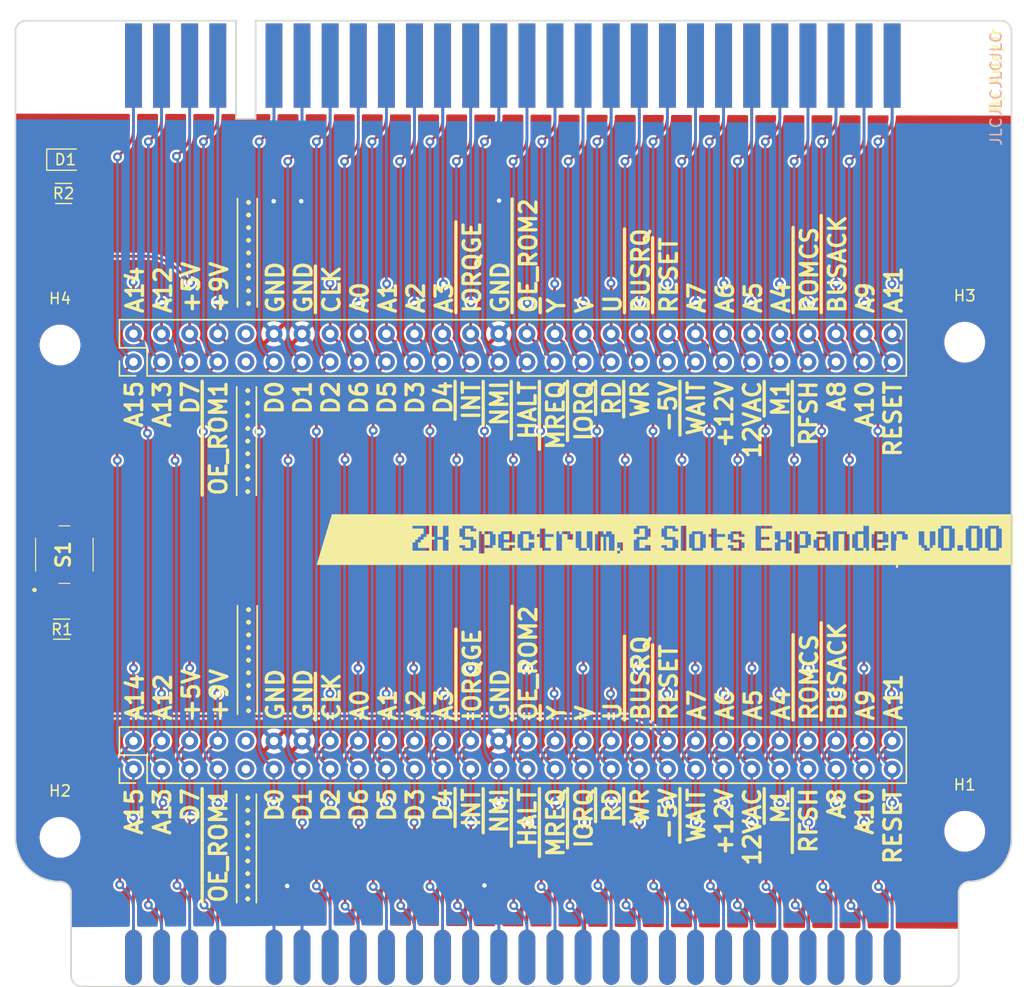
<source format=kicad_pcb>
(kicad_pcb (version 20240108) (generator "pcbnew") (generator_version "8.0")
  (layers (0 "F.Cu" signal) (31 "B.Cu" signal) (34 "B.Paste" user) (35 "F.Paste" user) (36 "B.SilkS" user "B.Silkscreen") (37 "F.SilkS" user "F.Silkscreen") (38 "B.Mask" user) (39 "F.Mask" user) (44 "Edge.Cuts" user))
  (net 0 "")
  (net 1 "A15")
  (net 2 "A13")
  (net 3 "D7")
  (net 4 "~{OEM_ROM1}")
  (net 5 "D0")
  (net 6 "D1")
  (net 7 "D2")
  (net 8 "D6")
  (net 9 "D5")
  (net 10 "D3")
  (net 11 "D4")
  (net 12 "~{INT}")
  (net 13 "~{NMI}")
  (net 14 "~{HALT}")
  (net 15 "~{MREQ}")
  (net 16 "~{IORQ}")
  (net 17 "~{RD}")
  (net 18 "~{WR}")
  (net 19 "-5V")
  (net 20 "~{WAIT}")
  (net 21 "+12V")
  (net 22 "12VAC")
  (net 23 "~{M1}")
  (net 24 "~{RFSH}")
  (net 25 "A8")
  (net 26 "A10")
  (net 27 "RESET{slash}NC")
  (net 28 "A14")
  (net 29 "A12")
  (net 30 "+5V")
  (net 31 "+9V")
  (net 32 "GND")
  (net 33 "~{CLK}")
  (net 34 "A0")
  (net 35 "A1")
  (net 36 "A2")
  (net 37 "A3")
  (net 38 "~{IORQGE}")
  (net 39 "~{OE_ROM2{slash}VIDEO}")
  (net 40 "~{Y}")
  (net 41 "V")
  (net 42 "U")
  (net 43 "~{BUSRQ}")
  (net 44 "~{RESET}")
  (net 45 "A7")
  (net 46 "A6")
  (net 47 "A5")
  (net 48 "A4")
  (net 49 "~{ROMCS}")
  (net 50 "~{BUSACK}")
  (net 51 "A9")
  (net 52 "A11")
  (net 53 "Net-(D1-A)")
  (net 54 "Net-(S1-COM_1)")
  (footprint "My Footprint Library, Sinclair:ZX Bus Socket" (layer "F.Cu") (at 139.7762 81.28)
    (property "Reference" "J1" (hide yes))
    (property "Value" "Conn_02x28_Row_Letter_First")
  )
  (footprint "My Footprint Library:PTS526SM15SMTR2LFS" (layer "F.Cu") (at 99.24 99.98 90)
    (property "Reference" "S1")
    (property "Value" "PTS526_SM15_SMTR2_LFS" (hide yes))
  )
  (footprint "MountingHole:MountingHole_3.2mm_M3" (layer "F.Cu") (at 180.6194 125)
    (property "Reference" "H1")
    (property "Value" "MountingHole")
  )
  (footprint "Resistor_SMD:R_1206_3216Metric" (layer "F.Cu") (at 98.9925 106.72)
    (property "Reference" "R1")
    (property "Value" "100R")
  )
  (footprint "kibuzzard-65E37D50" (layer "F.Cu") (at 153.525 98.625)
    (property "Reference" "kibuzzard-65E37D50" (hide yes))
    (property "Value" "G***" (hide yes))
  )
  (footprint "My Footprint Library, Sinclair:ZX Bus, Edge" (layer "F.Cu") (at 138.5062 136.398)
    (property "Reference" "Z1" (hide yes))
    (property "Value" "EDGE" (hide yes))
  )
  (footprint "MountingHole:MountingHole_3.2mm_M3" (layer "F.Cu") (at 98.8452 81.026)
    (property "Reference" "H4")
    (property "Value" "MountingHole")
  )
  (footprint "My Footprint Library, Sinclair:ZX Bus Socket" (layer "F.Cu") (at 139.7762 118.11)
    (property "Reference" "J2" (hide yes))
    (property "Value" "Conn_02x28_Row_Letter_First")
  )
  (footprint "MountingHole:MountingHole_3.2mm_M3" (layer "F.Cu") (at 98.8452 125.549)
    (property "Reference" "H2")
    (property "Value" "MountingHole")
  )
  (footprint "My Footprint Library, Sinclair:ZX Bus, Edge Pass-T" (layer "F.Cu") (at 138.5062 55.753)
    (property "Reference" "Z2" (hide yes))
    (property "Value" "PASS-THROUGH")
  )
  (footprint "LED_SMD:LED_0805_2012Metric" (layer "F.Cu") (at 99.331 64.262)
    (property "Reference" "D1")
    (property "Value" "LED")
  )
  (footprint "MountingHole:MountingHole_3.2mm_M3" (layer "F.Cu") (at 180.6194 80.772)
    (property "Reference" "H3")
    (property "Value" "MountingHole")
  )
  (footprint "Resistor_SMD:R_1206_3216Metric" (layer "F.Cu") (at 99.1675 67.32)
    (property "Reference" "R2")
    (property "Value" "330R")
  )
  (gr_line (start 174.498 98.806) (end 174.498 101.092) (stroke (width 0.2)) (layer "F.SilkS"))
  (gr_line (start 94.8182 125.549) (end 94.8182 52.675507) (stroke (width 0.15)) (layer "Edge.Cuts"))
  (gr_line (start 99.8452 138.049) (end 99.8452 130.549) (stroke (width 0.15)) (layer "Edge.Cuts"))
  (gr_line (start 116.5282 51.689) (end 183.8452 51.689) (stroke (width 0.15)) (layer "Edge.Cuts"))
  (gr_line (start 116.5282 60.579) (end 116.5282 51.689) (stroke (width 0.15)) (layer "Edge.Cuts"))
  (gr_arc (start 183.8452 51.689) (mid 184.552307 51.981893) (end 184.8452 52.689) (stroke (width 0.15)) (layer "Edge.Cuts"))
  (gr_arc (start 98.8452 129.549) (mid 99.552307 129.841893) (end 99.8452 130.549) (stroke (width 0.15)) (layer "Edge.Cuts"))
  (gr_line (start 95.804707 51.689) (end 114.7502 51.689) (stroke (width 0.15)) (layer "Edge.Cuts"))
  (gr_line (start 179.067573 139.04) (end 100.8452 139.049) (stroke (width 0.15)) (layer "Edge.Cuts"))
  (gr_arc (start 180.067573 138.04) (mid 179.774679 138.747106) (end 179.067573 139.04) (stroke (width 0.15)) (layer "Edge.Cuts"))
  (gr_arc (start 98.8452 129.549) (mid 96.003273 128.383019) (end 94.8182 125.549) (stroke (width 0.15)) (layer "Edge.Cuts"))
  (gr_line (start 184.8452 52.689) (end 184.8452 125.54) (stroke (width 0.15)) (layer "Edge.Cuts"))
  (gr_arc (start 100.8452 139.049) (mid 100.138093 138.756107) (end 99.8452 138.049) (stroke (width 0.15)) (layer "Edge.Cuts"))
  (gr_arc (start 184.8452 125.54) (mid 183.784817 128.322376) (end 181.067573 129.54) (stroke (width 0.15)) (layer "Edge.Cuts"))
  (gr_line (start 114.7502 51.689) (end 114.7502 60.579) (stroke (width 0.15)) (layer "Edge.Cuts"))
  (gr_arc (start 94.8182 52.675507) (mid 95.107141 51.977941) (end 95.804707 51.689) (stroke (width 0.15)) (layer "Edge.Cuts"))
  (gr_line (start 114.7502 60.579) (end 116.5282 60.579) (stroke (width 0.15)) (layer "Edge.Cuts"))
  (gr_line (start 180.067573 130.54) (end 180.067573 138.04) (stroke (width 0.15)) (layer "Edge.Cuts"))
  (gr_arc (start 180.067573 130.54) (mid 180.360465 129.832892) (end 181.067573 129.54) (stroke (width 0.15)) (layer "Edge.Cuts"))
  (gr_text "JLCJLCJLCJLC" (at 184.04 63.1 90) (layer "B.SilkS") (effects (font (size 1 1)) (justify left bottom)))
  (gr_text "By ArleyJr" (at 183.975 60.05 90) (layer "F.SilkS") (effects (font (size 1 1)) (justify left bottom)))
  (segment (start 104.7431 83.325) (end 105.4862 82.55) (width 0.25) (layer "F.Cu") (net 1))
  (segment (start 105.4862 61.535767) (end 105.4862 55.753) (width 0.25) (layer "F.Cu") (net 1))
  (segment (start 104.03 91.4608) (end 104.015 91.4458) (width 0.25) (layer "F.Cu") (net 1))
  (segment (start 104.038 64.008) (end 104.7621 63.2839) (width 0.25) (layer "F.Cu") (net 1))
  (segment (start 105.4862 124.017426) (end 105.4862 136.398) (width 0.25) (layer "F.Cu") (net 1))
  (segment (start 104 85.173695) (end 104 91.409586) (width 0.25) (layer "F.Cu") (net 1))
  (via (at 104.038 64.008) (size 0.8) (drill 0.4) (layers "F.Cu" "B.Cu") (net 1))
  (via (at 105.48 123.79) (size 0.8) (drill 0.4) (layers "F.Cu" "B.Cu") (net 1))
  (via (at 104.03 91.4608) (size 0.8) (drill 0.4) (layers "F.Cu" "B.Cu") (net 1))
  (arc (start 104 91.409586) (mid 104.003898 91.429185) (end 104.015 91.4458) (width 0.25) (layer "F.Cu") (net 1))
  (arc (start 105.4862 61.535767) (mid 105.298012 62.481849) (end 104.7621 63.2839) (width 0.25) (layer "F.Cu") (net 1))
  (arc (start 104.7431 83.325) (mid 104.192727 84.177468) (end 104 85.173695) (width 0.25) (layer "F.Cu") (net 1))
  (arc (start 105.4224 123.8634) (mid 105.469618 123.934067) (end 105.4862 124.017426) (width 0.25) (layer "F.Cu") (net 1))
  (segment (start 104.038 64.008) (end 104.038 80.077767) (width 0.25) (layer "B.Cu") (net 1))
  (segment (start 104.7621 81.8259) (end 105.4862 82.55) (width 0.25) (layer "B.Cu") (net 1))
  (segment (start 104.03 91.4608) (end 104.034 91.4648) (width 0.25) (layer "B.Cu") (net 1))
  (segment (start 104.038 116.907767) (end 104.038 91.474456) (width 0.25) (layer "B.Cu") (net 1))
  (segment (start 105.4862 123.581773) (end 105.4862 120.404032) (width 0.25) (layer "B.Cu") (net 1))
  (arc (start 104.7621 118.6559) (mid 105.298012 119.457949) (end 105.4862 120.404032) (width 0.25) (layer "B.Cu") (net 1))
  (arc (start 104.038 80.077767) (mid 104.226187 81.023849) (end 104.7621 81.8259) (width 0.25) (layer "B.Cu") (net 1))
  (arc (start 104.038 116.907767) (mid 104.226187 117.853849) (end 104.7621 118.6559) (width 0.25) (layer "B.Cu") (net 1))
  (arc (start 105.4862 123.581773) (mid 105.469618 123.665131) (end 105.4224 123.7358) (width 0.25) (layer "B.Cu") (net 1))
  (arc (start 104.034 91.4648) (mid 104.03696 91.46923) (end 104.038 91.474456) (width 0.25) (layer "B.Cu") (net 1))
  (segment (start 107.3276 83.325) (end 108.0262 82.55) (width 0.25) (layer "F.Cu") (net 2))
  (segment (start 108.1526 122.428) (end 108.0894 122.4912) (width 0.25) (layer "F.Cu") (net 2))
  (segment (start 107.4291 62.0393) (end 106.832 62.6364) (width 0.25) (layer "F.Cu") (net 2))
  (segment (start 106.75 89) (end 106.6895 88.9395) (width 0.25) (layer "F.Cu") (net 2))
  (segment (start 108.0262 122.643778) (end 108.0262 136.398) (width 0.25) (layer "F.Cu") (net 2))
  (segment (start 106.629 85.143392) (end 106.629 88.79344) (width 0.25) (layer "F.Cu") (net 2))
  (segment (start 108.0262 60.597773) (end 108.0262 55.753) (width 0.25) (layer "F.Cu") (net 2))
  (via (at 108.1526 122.428) (size 0.8) (drill 0.4) (layers "F.Cu" "B.Cu") (net 2))
  (via (at 106.832 62.6364) (size 0.8) (drill 0.4) (layers "F.Cu" "B.Cu") (net 2))
  (via (at 106.75 89) (size 0.8) (drill 0.4) (layers "F.Cu" "B.Cu") (net 2))
  (arc (start 108.0262 60.597773) (mid 107.871018 61.377921) (end 107.4291 62.0393) (width 0.25) (layer "F.Cu") (net 2))
  (arc (start 107.3276 83.325) (mid 106.809658 84.169406) (end 106.629 85.143392) (width 0.25) (layer "F.Cu") (net 2))
  (arc (start 106.629 88.79344) (mid 106.644723 88.872487) (end 106.6895 88.9395) (width 0.25) (layer "F.Cu") (net 2))
  (arc (start 108.0894 122.4912) (mid 108.042625 122.561203) (end 108.0262 122.643778) (width 0.25) (layer "F.Cu") (net 2))
  (segment (start 106.8324 80.512055) (end 106.8324 62.637082) (width 0.25) (layer "B.Cu") (net 2))
  (segment (start 106.832 62.6364) (end 106.8322 62.6366) (width 0.25) (layer "B.Cu") (net 2))
  (segment (start 106.807 89.097305) (end 106.807 117.298695) (width 0.25) (layer "B.Cu") (net 2))
  (segment (start 106.7785 89.0285) (end 106.75 89) (width 0.25) (layer "B.Cu") (net 2))
  (segment (start 108.0262 120.242104) (end 108.0262 122.212221) (width 0.25) (layer "B.Cu") (net 2))
  (segment (start 107.4293 81.9531) (end 108.0262 82.55) (width 0.25) (layer "B.Cu") (net 2))
  (segment (start 108.1526 122.428) (end 108.0894 122.3648) (width 0.25) (layer "B.Cu") (net 2))
  (arc (start 106.8324 80.512055) (mid 106.987529 81.291943) (end 107.4293 81.9531) (width 0.25) (layer "B.Cu") (net 2))
  (arc (start 107.4166 118.7704) (mid 107.86777 119.445623) (end 108.0262 120.242104) (width 0.25) (layer "B.Cu") (net 2))
  (arc (start 108.0262 122.212221) (mid 108.042625 122.294796) (end 108.0894 122.3648) (width 0.25) (layer "B.Cu") (net 2))
  (arc (start 106.7785 89.0285) (mid 106.799593 89.060068) (end 106.807 89.097305) (width 0.25) (layer "B.Cu") (net 2))
  (arc (start 106.8322 62.6366) (mid 106.832348 62.636821) (end 106.8324 62.637082) (width 0.25) (layer "B.Cu") (net 2))
  (arc (start 106.807 117.298695) (mid 106.965429 118.095176) (end 107.4166 118.7704) (width 0.25) (layer "B.Cu") (net 2))
  (segment (start 109.22 91.409586) (end 109.22 85.126493) (width 0.25) (layer "F.Cu") (net 3))
  (segment (start 110.5662 61.918573) (end 110.5662 55.753) (width 0.25) (layer "F.Cu") (net 3))
  (segment (start 109.235 91.4458) (end 109.25 91.4608) (width 0.25) (layer "F.Cu") (net 3))
  (segment (start 110.5662 123.964578) (end 110.5662 136.398) (width 0.25) (layer "F.Cu") (net 3))
  (segment (start 109.9691 63.3601) (end 109.372 63.9572) (width 0.25) (layer "F.Cu") (net 3))
  (segment (start 110.6926 123.7488) (end 110.6294 123.812) (width 0.25) (layer "F.Cu") (net 3))
  (segment (start 109.8931 83.325) (end 110.5662 82.55) (width 0.25) (layer "F.Cu") (net 3))
  (via (at 109.25 91.4608) (size 0.8) (drill 0.4) (layers "F.Cu" "B.Cu") (net 3))
  (via (at 110.6926 123.7488) (size 0.8) (drill 0.4) (layers "F.Cu" "B.Cu") (net 3))
  (via (at 109.372 63.9572) (size 0.8) (drill 0.4) (layers "F.Cu" "B.Cu") (net 3))
  (arc (start 109.22 91.409586) (mid 109.223898 91.429185) (end 109.235 91.4458) (width 0.25) (layer "F.Cu") (net 3))
  (arc (start 110.6294 123.812) (mid 110.582625 123.882003) (end 110.5662 123.964578) (width 0.25) (layer "F.Cu") (net 3))
  (arc (start 110.5662 61.918573) (mid 110.411018 62.698721) (end 109.9691 63.3601) (width 0.25) (layer "F.Cu") (net 3))
  (arc (start 109.8931 83.325) (mid 109.39377 84.164926) (end 109.22 85.126493) (width 0.25) (layer "F.Cu") (net 3))
  (segment (start 110.0227 82.0065) (end 110.5662 82.55) (width 0.25) (layer "B.Cu") (net 3))
  (segment (start 109.372 91.669067) (end 109.372 117.341373) (width 0.25) (layer "B.Cu") (net 3))
  (segment (start 110.5662 123.533021) (end 110.5662 120.224426) (width 0.25) (layer "B.Cu") (net 3))
  (segment (start 109.4256 64.0108) (end 109.372 63.9572) (width 0.25) (layer "B.Cu") (net 3))
  (segment (start 109.311 91.5218) (end 109.25 91.4608) (width 0.25) (layer "B.Cu") (net 3))
  (segment (start 109.4792 64.140201) (end 109.4792 80.694374) (width 0.25) (layer "B.Cu") (net 3))
  (segment (start 110.6294 123.6856) (end 110.6926 123.7488) (width 0.25) (layer "B.Cu") (net 3))
  (arc (start 109.372 117.341373) (mid 109.527181 118.121521) (end 109.9691 118.7829) (width 0.25) (layer "B.Cu") (net 3))
  (arc (start 109.4792 80.694374) (mid 109.620451 81.404491) (end 110.0227 82.0065) (width 0.25) (layer "B.Cu") (net 3))
  (arc (start 109.9691 118.7829) (mid 110.411018 119.444277) (end 110.5662 120.224426) (width 0.25) (layer "B.Cu") (net 3))
  (arc (start 110.5662 123.533021) (mid 110.582625 123.615596) (end 110.6294 123.6856) (width 0.25) (layer "B.Cu") (net 3))
  (arc (start 109.311 91.5218) (mid 109.356146 91.589366) (end 109.372 91.669067) (width 0.25) (layer "B.Cu") (net 3))
  (arc (start 109.4256 64.0108) (mid 109.465269 64.070169) (end 109.4792 64.140201) (width 0.25) (layer "B.Cu") (net 3))
  (segment (start 113.1062 122.47136) (end 113.1062 136.398) (width 0.25) (layer "F.Cu") (net 4))
  (segment (start 113.1062 60.425355) (end 113.1062 55.753) (width 0.25) (layer "F.Cu") (net 4))
  (segment (start 111.811 88.8492) (end 111.811 85.109955) (width 0.25) (layer "F.Cu") (net 4))
  (segment (start 112.4586 61.9888) (end 111.811 62.6364) (width 0.25) (layer "F.Cu") (net 4))
  (segment (start 113.1189 122.4407) (end 113.1316 122.428) (width 0.25) (layer "F.Cu") (net 4))
  (segment (start 112.4586 83.325) (end 113.1062 82.55) (width 0.25) (layer "F.Cu") (net 4))
  (via (at 111.811 62.6364) (size 0.8) (drill 0.4) (layers "F.Cu" "B.Cu") (net 4))
  (via (at 111.811 88.8492) (size 0.8) (drill 0.4) (layers "F.Cu" "B.Cu") (net 4))
  (via (at 113.1316 122.428) (size 0.8) (drill 0.4) (layers "F.Cu" "B.Cu") (net 4))
  (arc (start 112.4586 83.325) (mid 111.977903 84.160554) (end 111.811 85.109955) (width 0.25) (layer "F.Cu") (net 4))
  (arc (start 113.1189 122.4407) (mid 113.1095 122.454767) (end 113.1062 122.47136) (width 0.25) (layer "F.Cu") (net 4))
  (arc (start 113.1062 60.425355) (mid 112.937894 61.271485) (end 112.4586 61.9888) (width 0.25) (layer "F.Cu") (net 4))
  (segment (start 111.811 88.8492) (end 111.811 117.168955) (width 0.25) (layer "B.Cu") (net 4))
  (segment (start 113.1062 122.384639) (end 113.1062 120.295844) (width 0.25) (layer "B.Cu") (net 4))
  (segment (start 111.8108 80.338613) (end 111.8108 62.636741) (width 0.25) (layer "B.Cu") (net 4))
  (segment (start 113.1189 122.4153) (end 113.1316 122.428) (width 0.25) (layer "B.Cu") (net 4))
  (segment (start 112.4585 81.9023) (end 113.1062 82.55) (width 0.25) (layer "B.Cu") (net 4))
  (segment (start 111.811 62.6364) (end 111.8109 62.6365) (width 0.25) (layer "B.Cu") (net 4))
  (arc (start 111.8109 62.6365) (mid 111.810825 62.63661) (end 111.8108 62.636741) (width 0.25) (layer "B.Cu") (net 4))
  (arc (start 111.8108 80.338613) (mid 111.979131 81.184874) (end 112.4585 81.9023) (width 0.25) (layer "B.Cu") (net 4))
  (arc (start 112.4586 118.7324) (mid 112.937894 119.449714) (end 113.1062 120.295844) (width 0.25) (layer "B.Cu") (net 4))
  (arc (start 111.811 117.168955) (mid 111.979305 118.015085) (end 112.4586 118.7324) (width 0.25) (layer "B.Cu") (net 4))
  (arc (start 113.1062 122.384639) (mid 113.1095 122.401232) (end 113.1189 122.4153) (width 0.25) (layer "B.Cu") (net 4))
  (segment (start 118.1734 122.4408) (end 118.1606 122.428) (width 0.25) (layer "F.Cu") (net 5))
  (segment (start 118.1862 60.338292) (end 118.1862 55.753) (width 0.25) (layer "F.Cu") (net 5))
  (segment (start 118.1862 122.471701) (end 118.1862 136.398) (width 0.25) (layer "F.Cu") (net 5))
  (segment (start 117.5131 83.325) (end 118.1862 82.55) (width 0.25) (layer "F.Cu") (net 5))
  (segment (start 117.5131 61.9633) (end 116.84 62.6364) (width 0.25) (layer "F.Cu") (net 5))
  (segment (start 116.84 85.126493) (end 116.84 88.8492) (width 0.25) (layer "F.Cu") (net 5))
  (via (at 116.84 62.6364) (size 0.8) (drill 0.4) (layers "F.Cu" "B.Cu") (net 5))
  (via (at 116.84 88.8492) (size 0.8) (drill 0.4) (layers "F.Cu" "B.Cu") (net 5))
  (via (at 118.1606 122.428) (size 0.8) (drill 0.4) (layers "F.Cu" "B.Cu") (net 5))
  (arc (start 118.1734 122.4408) (mid 118.182873 122.454977) (end 118.1862 122.471701) (width 0.25) (layer "F.Cu") (net 5))
  (arc (start 118.1862 60.338292) (mid 118.011267 61.21774) (end 117.5131 61.9633) (width 0.25) (layer "F.Cu") (net 5))
  (arc (start 117.5131 83.325) (mid 117.01377 84.164926) (end 116.84 85.126493) (width 0.25) (layer "F.Cu") (net 5))
  (segment (start 118.1606 122.428) (end 118.1734 122.4152) (width 0.25) (layer "B.Cu") (net 5))
  (segment (start 116.84 117.081892) (end 116.84 88.8492) (width 0.25) (layer "B.Cu") (net 5))
  (segment (start 116.84 62.6364) (end 116.84 80.251892) (width 0.25) (layer "B.Cu") (net 5))
  (segment (start 117.5131 81.8769) (end 118.1862 82.55) (width 0.25) (layer "B.Cu") (net 5))
  (segment (start 118.1862 120.331907) (end 118.1862 122.384298) (width 0.25) (layer "B.Cu") (net 5))
  (arc (start 116.84 117.081892) (mid 117.014932 117.96134) (end 117.5131 118.7069) (width 0.25) (layer "B.Cu") (net 5))
  (arc (start 118.1862 122.384298) (mid 118.182873 122.401022) (end 118.1734 122.4152) (width 0.25) (layer "B.Cu") (net 5))
  (arc (start 116.84 80.251892) (mid 117.014932 81.13134) (end 117.5131 81.8769) (width 0.25) (layer "B.Cu") (net 5))
  (arc (start 117.5131 118.7069) (mid 118.011267 119.452459) (end 118.1862 120.331907) (width 0.25) (layer "B.Cu") (net 5))
  (segment (start 119.446 91.4458) (end 119.461 91.4608) (width 0.25) (layer "F.Cu") (net 6))
  (segment (start 120.0786 83.325) (end 120.7262 82.55) (width 0.25) (layer "F.Cu") (net 6))
  (segment (start 120.7389 124.2187) (end 120.7516 124.206) (width 0.25) (layer "F.Cu") (net 6))
  (segment (start 120.7262 124.24936) (end 120.7262 136.398) (width 0.25) (layer "F.Cu") (net 6))
  (segment (start 120.0786 63.7668) (end 119.431 64.4144) (width 0.25) (layer "F.Cu") (net 6))
  (segment (start 120.7262 62.203355) (end 120.7262 55.753) (width 0.25) (layer "F.Cu") (net 6))
  (segment (start 119.431 85.109955) (end 119.431 91.409586) (width 0.25) (layer "F.Cu") (net 6))
  (via (at 120.7516 124.206) (size 0.8) (drill 0.4) (layers "F.Cu" "B.Cu") (net 6))
  (via (at 119.461 91.4608) (size 0.8) (drill 0.4) (layers "F.Cu" "B.Cu") (net 6))
  (via (at 119.431 64.4144) (size 0.8) (drill 0.4) (layers "F.Cu" "B.Cu") (net 6))
  (arc (start 120.0786 83.325) (mid 119.597903 84.160554) (end 119.431 85.109955) (width 0.25) (layer "F.Cu") (net 6))
  (arc (start 120.7389 124.2187) (mid 120.7295 124.232767) (end 120.7262 124.24936) (width 0.25) (layer "F.Cu") (net 6))
  (arc (start 119.431 91.409586) (mid 119.434898 91.429185) (end 119.446 91.4458) (width 0.25) (layer "F.Cu") (net 6))
  (arc (start 120.7262 62.203355) (mid 120.557894 63.049485) (end 120.0786 63.7668) (width 0.25) (layer "F.Cu") (net 6))
  (segment (start 120.7262 124.162639) (end 120.7262 119.38) (width 0.25) (layer "B.Cu") (net 6))
  (segment (start 119.461 91.4608) (end 119.446 91.4758) (width 0.25) (layer "B.Cu") (net 6))
  (segment (start 119.431 117.168955) (end 119.431 91.512013) (width 0.25) (layer "B.Cu") (net 6))
  (segment (start 120.0786 81.9024) (end 120.7262 82.55) (width 0.25) (layer "B.Cu") (net 6))
  (segment (start 120.7389 124.1933) (end 120.7516 124.206) (width 0.25) (layer "B.Cu") (net 6))
  (segment (start 119.431 64.4144) (end 119.431 80.338955) (width 0.25) (layer "B.Cu") (net 6))
  (segment (start 120.0786 118.7324) (end 120.7262 119.38) (width 0.25) (layer "B.Cu") (net 6))
  (arc (start 119.431 117.168955) (mid 119.599305 118.015085) (end 120.0786 118.7324) (width 0.25) (layer "B.Cu") (net 6))
  (arc (start 120.7262 124.162639) (mid 120.7295 124.179232) (end 120.7389 124.1933) (width 0.25) (layer "B.Cu") (net 6))
  (arc (start 119.446 91.4758) (mid 119.434898 91.492414) (end 119.431 91.512013) (width 0.25) (layer "B.Cu") (net 6))
  (arc (start 119.431 80.338955) (mid 119.599305 81.185085) (end 120.0786 81.9024) (width 0.25) (layer "B.Cu") (net 6))
  (segment (start 122.0216 85.093922) (end 122.0216 88.8492) (width 0.25) (layer "F.Cu") (net 7))
  (segment (start 123.3426 122.428) (end 123.3044 122.4662) (width 0.25) (layer "F.Cu") (net 7))
  (segment (start 122.6439 83.325) (end 123.2662 82.55) (width 0.25) (layer "F.Cu") (net 7))
  (segment (start 123.2662 60.512417) (end 123.2662 55.753) (width 0.25) (layer "F.Cu") (net 7))
  (segment (start 122.022 62.6364) (end 122.6441 62.0143) (width 0.25) (layer "F.Cu") (net 7))
  (segment (start 123.2662 122.558422) (end 123.2662 136.398) (width 0.25) (layer "F.Cu") (net 7))
  (via (at 122.0216 88.8492) (size 0.8) (drill 0.4) (layers "F.Cu" "B.Cu") (net 7))
  (via (at 122.022 62.6364) (size 0.8) (drill 0.4) (layers "F.Cu" "B.Cu") (net 7))
  (via (at 123.3426 122.428) (size 0.8) (drill 0.4) (layers "F.Cu" "B.Cu") (net 7))
  (arc (start 123.2662 60.512417) (mid 123.104521 61.32523) (end 122.6441 62.0143) (width 0.25) (layer "F.Cu") (net 7))
  (arc (start 123.3044 122.4662) (mid 123.276127 122.508512) (end 123.2662 122.558422) (width 0.25) (layer "F.Cu") (net 7))
  (arc (start 122.6439 83.325) (mid 122.181711 84.156326) (end 122.0216 85.093922) (width 0.25) (layer "F.Cu") (net 7))
  (segment (start 123.3044 122.3898) (end 123.3426 122.428) (width 0.25) (layer "B.Cu") (net 7))
  (segment (start 122.022 117.256017) (end 122.022 88.849882) (width 0.25) (layer "B.Cu") (net 7))
  (segment (start 122.6441 81.9279) (end 123.2662 82.55) (width 0.25) (layer "B.Cu") (net 7))
  (segment (start 122.022 62.6364) (end 122.022 80.426017) (width 0.25) (layer "B.Cu") (net 7))
  (segment (start 123.2662 122.297577) (end 123.2662 119.38) (width 0.25) (layer "B.Cu") (net 7))
  (segment (start 122.6441 118.7579) (end 123.2662 119.38) (width 0.25) (layer "B.Cu") (net 7))
  (segment (start 122.0216 88.8492) (end 122.0218 88.8494) (width 0.25) (layer "B.Cu") (net 7))
  (arc (start 122.0218 88.8494) (mid 122.021948 88.849621) (end 122.022 88.849882) (width 0.25) (layer "B.Cu") (net 7))
  (arc (start 122.022 80.426017) (mid 122.183678 81.23883) (end 122.6441 81.9279) (width 0.25) (layer "B.Cu") (net 7))
  (arc (start 123.2662 122.297577) (mid 123.276127 122.347487) (end 123.3044 122.3898) (width 0.25) (layer "B.Cu") (net 7))
  (arc (start 122.022 117.256017) (mid 122.183678 118.06883) (end 122.6441 118.7579) (width 0.25) (layer "B.Cu") (net 7))
  (segment (start 124.6124 91.38) (end 124.6124 85.07822) (width 0.25) (layer "F.Cu") (net 8))
  (segment (start 125.1841 63.7923) (end 124.562 64.4144) (width 0.25) (layer "F.Cu") (net 8))
  (segment (start 125.8062 124.336422) (end 125.8062 136.398) (width 0.25) (layer "F.Cu") (net 8))
  (segment (start 125.2093 83.325) (end 125.8062 82.55) (width 0.25) (layer "F.Cu") (net 8))
  (segment (start 125.8062 62.290417) (end 125.8062 55.753) (width 0.25) (layer "F.Cu") (net 8))
  (segment (start 125.8826 124.206) (end 125.8444 124.2442) (width 0.25) (layer "F.Cu") (net 8))
  (via (at 124.562 64.4144) (size 0.8) (drill 0.4) (layers "F.Cu" "B.Cu") (net 8))
  (via (at 125.8826 124.206) (size 0.8) (drill 0.4) (layers "F.Cu" "B.Cu") (net 8))
  (via (at 124.6124 91.38) (size 0.8) (drill 0.4) (layers "F.Cu" "B.Cu") (net 8))
  (arc (start 125.8062 62.290417) (mid 125.644521 63.10323) (end 125.1841 63.7923) (width 0.25) (layer "F.Cu") (net 8))
  (arc (start 125.8444 124.2442) (mid 125.816127 124.286512) (end 125.8062 124.336422) (width 0.25) (layer "F.Cu") (net 8))
  (arc (start 125.2093 83.325) (mid 124.765715 84.152197) (end 124.6124 85.07822) (width 0.25) (layer "F.Cu") (net 8))
  (segment (start 124.562 80.426017) (end 124.562 64.4144) (width 0.25) (layer "B.Cu") (net 8))
  (segment (start 125.1841 81.9279) (end 125.8062 82.55) (width 0.25) (layer "B.Cu") (net 8))
  (segment (start 125.8062 124.075577) (end 125.8062 119.38) (width 0.25) (layer "B.Cu") (net 8))
  (segment (start 124.6124 91.38) (end 124.5872 91.4052) (width 0.25) (layer "B.Cu") (net 8))
  (segment (start 125.1841 118.7579) (end 125.8062 119.38) (width 0.25) (layer "B.Cu") (net 8))
  (segment (start 125.8826 124.206) (end 125.8444 124.1678) (width 0.25) (layer "B.Cu") (net 8))
  (segment (start 124.562 117.256017) (end 124.562 91.466038) (width 0.25) (layer "B.Cu") (net 8))
  (arc (start 124.562 80.426017) (mid 124.723678 81.23883) (end 125.1841 81.9279) (width 0.25) (layer "B.Cu") (net 8))
  (arc (start 125.8062 124.075577) (mid 125.816127 124.125487) (end 125.8444 124.1678) (width 0.25) (layer "B.Cu") (net 8))
  (arc (start 124.5872 91.4052) (mid 124.568549 91.433112) (end 124.562 91.466038) (width 0.25) (layer "B.Cu") (net 8))
  (arc (start 124.562 117.256017) (mid 124.723678 118.06883) (end 125.1841 118.7579) (width 0.25) (layer "B.Cu") (net 8))
  (segment (start 127.6986 61.9888) (end 127.051 62.6364) (width 0.25) (layer "F.Cu") (net 9))
  (segment (start 128.3462 122.47136) (end 128.3462 136.398) (width 0.25) (layer "F.Cu") (net 9))
  (segment (start 127.7493 83.325) (end 128.3462 82.55) (width 0.25) (layer "F.Cu") (net 9))
  (segment (start 127.1524 85.07822) (end 127.1524 88.7476) (width 0.25) (layer "F.Cu") (net 9))
  (segment (start 128.3589 122.4407) (end 128.3716 122.428) (width 0.25) (layer "F.Cu") (net 9))
  (segment (start 128.3462 60.425355) (end 128.3462 55.753) (width 0.25) (layer "F.Cu") (net 9))
  (via (at 127.1524 88.7476) (size 0.8) (drill 0.4) (layers "F.Cu" "B.Cu") (net 9))
  (via (at 128.3716 122.428) (size 0.8) (drill 0.4) (layers "F.Cu" "B.Cu") (net 9))
  (via (at 127.051 62.6364) (size 0.8) (drill 0.4) (layers "F.Cu" "B.Cu") (net 9))
  (arc (start 128.3589 122.4407) (mid 128.3495 122.454767) (end 128.3462 122.47136) (width 0.25) (layer "F.Cu") (net 9))
  (arc (start 128.3462 60.425355) (mid 128.177894 61.271485) (end 127.6986 61.9888) (width 0.25) (layer "F.Cu") (net 9))
  (arc (start 127.7493 83.325) (mid 127.305715 84.152197) (end 127.1524 85.07822) (width 0.25) (layer "F.Cu") (net 9))
  (segment (start 127.051 62.6364) (end 127.051 80.338955) (width 0.25) (layer "B.Cu") (net 9))
  (segment (start 127.1017 88.7983) (end 127.1524 88.7476) (width 0.25) (layer "B.Cu") (net 9))
  (segment (start 127.051 88.9207) (end 127.051 117.168955) (width 0.25) (layer "B.Cu") (net 9))
  (segment (start 128.3589 122.4153) (end 128.3716 122.428) (width 0.25) (layer "B.Cu") (net 9))
  (segment (start 127.6986 81.9024) (end 128.3462 82.55) (width 0.25) (layer "B.Cu") (net 9))
  (segment (start 128.3462 120.295844) (end 128.3462 122.384639) (width 0.25) (layer "B.Cu") (net 9))
  (arc (start 127.051 117.168955) (mid 127.219305 118.015085) (end 127.6986 118.7324) (width 0.25) (layer "B.Cu") (net 9))
  (arc (start 127.1017 88.7983) (mid 127.064176 88.854457) (end 127.051 88.9207) (width 0.25) (layer "B.Cu") (net 9))
  (arc (start 127.6986 118.7324) (mid 128.177894 119.449714) (end 128.3462 120.295844) (width 0.25) (layer "B.Cu") (net 9))
  (arc (start 127.051 80.338955) (mid 127.219305 81.185085) (end 127.6986 81.9024) (width 0.25) (layer "B.Cu") (net 9))
  (arc (start 128.3462 122.384639) (mid 128.3495 122.401232) (end 128.3589 122.4153) (width 0.25) (layer "B.Cu") (net 9))
  (segment (start 130.8862 62.116292) (end 130.8862 55.753) (width 0.25) (layer "F.Cu") (net 10))
  (segment (start 129.555 91.3442) (end 129.57 91.3592) (width 0.25) (layer "F.Cu") (net 10))
  (segment (start 129.54 64.4144) (end 130.2131 63.7413) (width 0.25) (layer "F.Cu") (net 10))
  (segment (start 130.8862 124.249701) (end 130.8862 136.398) (width 0.25) (layer "F.Cu") (net 10))
  (segment (start 129.54 91.307986) (end 129.54 85.126493) (width 0.25) (layer "F.Cu") (net 10))
  (segment (start 130.8606 124.206) (end 130.8734 124.2188) (width 0.25) (layer "F.Cu") (net 10))
  (segment (start 130.2131 83.325) (end 130.8862 82.55) (width 0.25) (layer "F.Cu") (net 10))
  (via (at 129.57 91.3592) (size 0.8) (drill 0.4) (layers "F.Cu" "B.Cu") (net 10))
  (via (at 130.8606 124.206) (size 0.8) (drill 0.4) (layers "F.Cu" "B.Cu") (net 10))
  (via (at 129.54 64.4144) (size 0.8) (drill 0.4) (layers "F.Cu" "B.Cu") (net 10))
  (arc (start 130.8734 124.2188) (mid 130.882873 124.232977) (end 130.8862 124.249701) (width 0.25) (layer "F.Cu") (net 10))
  (arc (start 130.8862 62.116292) (mid 130.711267 62.99574) (end 130.2131 63.7413) (width 0.25) (layer "F.Cu") (net 10))
  (arc (start 130.2131 83.325) (mid 129.71377 84.164926) (end 129.54 85.126493) (width 0.25) (layer "F.Cu") (net 10))
  (arc (start 129.54 91.307986) (mid 129.543898 91.327585) (end 129.555 91.3442) (width 0.25) (layer "F.Cu") (net 10))
  (segment (start 129.54 64.4144) (end 129.59 64.4644) (width 0.25) (layer "B.Cu") (net 10))
  (segment (start 130.2631 81.9269) (end 130.8862 82.55) (width 0.25) (layer "B.Cu") (net 10))
  (segment (start 129.54 91.410413) (end 129.54 117.081892) (width 0.25) (layer "B.Cu") (net 10))
  (segment (start 129.64 80.422603) (end 129.64 64.58511) (width 0.25) (layer "B.Cu") (net 10))
  (segment (start 130.8734 124.1932) (end 130.8606 124.206) (width 0.25) (layer "B.Cu") (net 10))
  (segment (start 129.57 91.3592) (end 129.555 91.3742) (width 0.25) (layer "B.Cu") (net 10))
  (segment (start 130.8862 120.331907) (end 130.8862 124.162298) (width 0.25) (layer "B.Cu") (net 10))
  (arc (start 129.555 91.3742) (mid 129.543898 91.390814) (end 129.54 91.410413) (width 0.25) (layer "B.Cu") (net 10))
  (arc (start 129.64 80.422603) (mid 129.801938 81.236722) (end 130.2631 81.9269) (width 0.25) (layer "B.Cu") (net 10))
  (arc (start 130.2131 118.7069) (mid 130.711267 119.452459) (end 130.8862 120.331907) (width 0.25) (layer "B.Cu") (net 10))
  (arc (start 129.54 117.081892) (mid 129.714932 117.96134) (end 130.2131 118.7069) (width 0.25) (layer "B.Cu") (net 10))
  (arc (start 129.59 64.4644) (mid 129.627005 64.519782) (end 129.64 64.58511) (width 0.25) (layer "B.Cu") (net 10))
  (arc (start 130.8862 124.162298) (mid 130.882873 124.179022) (end 130.8734 124.1932) (width 0.25) (layer "B.Cu") (net 10))
  (segment (start 132.283 62.6364) (end 132.8546 62.0648) (width 0.25) (layer "F.Cu") (net 11))
  (segment (start 132.283 88.7984) (end 132.283 85.06299) (width 0.25) (layer "F.Cu") (net 11))
  (segment (start 133.5149 122.5167) (end 133.6036 122.428) (width 0.25) (layer "F.Cu") (net 11))
  (segment (start 133.4262 60.684835) (end 133.4262 55.753) (width 0.25) (layer "F.Cu") (net 11))
  (segment (start 132.8546 83.325) (end 133.4262 82.55) (width 0.25) (layer "F.Cu") (net 11))
  (segment (start 133.4262 122.73084) (end 133.4262 136.398) (width 0.25) (layer "F.Cu") (net 11))
  (via (at 133.6036 122.428) (size 0.8) (drill 0.4) (layers "F.Cu" "B.Cu") (net 11))
  (via (at 132.283 62.6364) (size 0.8) (drill 0.4) (layers "F.Cu" "B.Cu") (net 11))
  (via (at 132.283 88.7984) (size 0.8) (drill 0.4) (layers "F.Cu" "B.Cu") (net 11))
  (arc (start 132.8546 83.325) (mid 132.429568 84.148203) (end 132.283 85.06299) (width 0.25) (layer "F.Cu") (net 11))
  (arc (start 133.5149 122.5167) (mid 133.449252 122.614948) (end 133.4262 122.73084) (width 0.25) (layer "F.Cu") (net 11))
  (arc (start 133.4262 60.684835) (mid 133.277646 61.431666) (end 132.8546 62.0648) (width 0.25) (layer "F.Cu") (net 11))
  (segment (start 132.283 88.7984) (end 132.283 117.428435) (width 0.25) (layer "B.Cu") (net 11))
  (segment (start 133.4262 122.125159) (end 133.4262 120.188364) (width 0.25) (layer "B.Cu") (net 11))
  (segment (start 132.283 80.598435) (end 132.283 62.6364) (width 0.25) (layer "B.Cu") (net 11))
  (segment (start 132.8546 81.9784) (end 133.4262 82.55) (width 0.25) (layer "B.Cu") (net 11))
  (segment (start 133.5149 122.3393) (end 133.6036 122.428) (width 0.25) (layer "B.Cu") (net 11))
  (arc (start 133.4262 122.125159) (mid 133.449252 122.241051) (end 133.5149 122.3393) (width 0.25) (layer "B.Cu") (net 11))
  (arc (start 132.283 80.598435) (mid 132.431553 81.345266) (end 132.8546 81.9784) (width 0.25) (layer "B.Cu") (net 11))
  (arc (start 132.8546 118.8084) (mid 133.277646 119.441532) (end 133.4262 120.188364) (width 0.25) (layer "B.Cu") (net 11))
  (arc (start 132.283 117.428435) (mid 132.431553 118.175266) (end 132.8546 118.8084) (width 0.25) (layer "B.Cu") (net 11))
  (segment (start 135.3186 83.325) (end 135.9662 82.55) (width 0.25) (layer "F.Cu") (net 12))
  (segment (start 135.9662 124.24936) (end 135.9662 136.398) (width 0.25) (layer "F.Cu") (net 12))
  (segment (start 135.9916 124.206) (end 135.9789 124.2187) (width 0.25) (layer "F.Cu") (net 12))
  (segment (start 134.671 85.109955) (end 134.671 91.358786) (width 0.25) (layer "F.Cu") (net 12))
  (segment (start 134.686 91.395) (end 134.701 91.41) (width 0.25) (layer "F.Cu") (net 12))
  (segment (start 135.9662 62.203355) (end 135.9662 55.753) (width 0.25) (layer "F.Cu") (net 12))
  (segment (start 135.3186 63.7668) (end 134.671 64.4144) (width 0.25) (layer "F.Cu") (net 12))
  (via (at 135.9916 124.206) (size 0.8) (drill 0.4) (layers "F.Cu" "B.Cu") (net 12))
  (via (at 134.671 64.4144) (size 0.8) (drill 0.4) (layers "F.Cu" "B.Cu") (net 12))
  (via (at 134.701 91.41) (size 0.8) (drill 0.4) (layers "F.Cu" "B.Cu") (net 12))
  (arc (start 135.9662 62.203355) (mid 135.797894 63.049485) (end 135.3186 63.7668) (width 0.25) (layer "F.Cu") (net 12))
  (arc (start 135.9789 124.2187) (mid 135.9695 124.232767) (end 135.9662 124.24936) (width 0.25) (layer "F.Cu") (net 12))
  (arc (start 135.3186 83.325) (mid 134.837903 84.160554) (end 134.671 85.109955) (width 0.25) (layer "F.Cu") (net 12))
  (arc (start 134.671 91.358786) (mid 134.674898 91.378385) (end 134.686 91.395) (width 0.25) (layer "F.Cu") (net 12))
  (segment (start 134.671 91.461213) (end 134.671 117.168955) (width 0.25) (layer "B.Cu") (net 12))
  (segment (start 134.671 64.4144) (end 134.671 80.338955) (width 0.25) (layer "B.Cu") (net 12))
  (segment (start 135.9662 120.295844) (end 135.9662 124.162639) (width 0.25) (layer "B.Cu") (net 12))
  (segment (start 134.686 91.425) (end 134.701 91.41) (width 0.25) (layer "B.Cu") (net 12))
  (segment (start 135.3186 81.9024) (end 135.9662 82.55) (width 0.25) (layer "B.Cu") (net 12))
  (segment (start 135.9916 124.206) (end 135.9789 124.1933) (width 0.25) (layer "B.Cu") (net 12))
  (arc (start 135.9662 124.162639) (mid 135.9695 124.179232) (end 135.9789 124.1933) (width 0.25) (layer "B.Cu") (net 12))
  (arc (start 135.3186 118.7324) (mid 135.797894 119.449714) (end 135.9662 120.295844) (width 0.25) (layer "B.Cu") (net 12))
  (arc (start 134.671 80.338955) (mid 134.839305 81.185085) (end 135.3186 81.9024) (width 0.25) (layer "B.Cu") (net 12))
  (arc (start 134.671 117.168955) (mid 134.839305 118.015085) (end 135.3186 118.7324) (width 0.25) (layer "B.Cu") (net 12))
  (arc (start 134.686 91.425) (mid 134.674898 91.441614) (end 134.671 91.461213) (width 0.25) (layer "B.Cu") (net 12))
  (segment (start 138.5062 60.425355) (end 138.5062 55.753) (width 0.25) (layer "F.Cu") (net 13))
  (segment (start 137.211 88.7984) (end 137.211 85.109955) (width 0.25) (layer "F.Cu") (net 13))
  (segment (start 138.5189 122.4407) (end 138.5316 122.428) (width 0.25) (layer "F.Cu") (net 13))
  (segment (start 137.8586 83.325) (end 138.5062 82.55) (width 0.25) (layer "F.Cu") (net 13))
  (segment (start 138.5062 122.47136) (end 138.5062 136.398) (width 0.25) (layer "F.Cu") (net 13))
  (segment (start 137.211 62.6364) (end 137.8586 61.9888) (width 0.25) (layer "F.Cu") (net 13))
  (via (at 137.211 62.6364) (size 0.8) (drill 0.4) (layers "F.Cu" "B.Cu") (net 13))
  (via (at 138.5316 122.428) (size 0.8) (drill 0.4) (layers "F.Cu" "B.Cu") (net 13))
  (via (at 137.211 88.7984) (size 0.8) (drill 0.4) (layers "F.Cu" "B.Cu") (net 13))
  (arc (start 138.5189 122.4407) (mid 138.5095 122.454767) (end 138.5062 122.47136) (width 0.25) (layer "F.Cu") (net 13))
  (arc (start 137.8586 83.325) (mid 137.377903 84.160554) (end 137.211 85.109955) (width 0.25) (layer "F.Cu") (net 13))
  (arc (start 138.5062 60.425355) (mid 138.337894 61.271485) (end 137.8586 61.9888) (width 0.25) (layer "F.Cu") (net 13))
  (segment (start 138.5316 122.428) (end 138.5189 122.4153) (width 0.25) (layer "B.Cu") (net 13))
  (segment (start 138.5062 119.38) (end 138.5062 122.384639) (width 0.25) (layer "B.Cu") (net 13))
  (segment (start 137.7797 81.8235) (end 138.5062 82.55) (width 0.25) (layer "B.Cu") (net 13))
  (segment (start 137.211 117.168955) (end 137.211 88.7984) (width 0.25) (layer "B.Cu") (net 13))
  (segment (start 137.8586 118.7324) (end 138.5062 119.38) (width 0.25) (layer "B.Cu") (net 13))
  (segment (start 137.0532 80.069573) (end 137.0532 62.7942) (width 0.25) (layer "B.Cu") (net 13))
  (arc (start 137.0532 80.069573) (mid 137.242011 81.018791) (end 137.7797 81.8235) (width 0.25) (layer "B.Cu") (net 13))
  (arc (start 137.211 117.168955) (mid 137.379305 118.015085) (end 137.8586 118.7324) (width 0.25) (layer "B.Cu") (net 13))
  (arc (start 138.5062 122.384639) (mid 138.5095 122.401232) (end 138.5189 122.4153) (width 0.25) (layer "B.Cu") (net 13))
  (segment (start 141.0844 124.2442) (end 141.1226 124.206) (width 0.25) (layer "F.Cu") (net 14))
  (segment (start 139.802 91.358786) (end 139.802 85.093797) (width 0.25) (layer "F.Cu") (net 14))
  (segment (start 141.0462 62.290417) (end 141.0462 55.753) (width 0.25) (layer "F.Cu") (net 14))
  (segment (start 139.832 91.41) (end 139.817 91.395) (width 0.25) (layer "F.Cu") (net 14))
  (segment (start 141.0462 124.336422) (end 141.0462 136.398) (width 0.25) (layer "F.Cu") (net 14))
  (segment (start 140.4241 83.325) (end 141.0462 82.55) (width 0.25) (layer "F.Cu") (net 14))
  (segment (start 140.4241 63.7923) (end 139.802 64.4144) (width 0.25) (layer "F.Cu") (net 14))
  (via (at 141.1226 124.206) (size 0.8) (drill 0.4) (layers "F.Cu" "B.Cu") (net 14))
  (via (at 139.832 91.41) (size 0.8) (drill 0.4) (layers "F.Cu" "B.Cu") (net 14))
  (via (at 139.802 64.4144) (size 0.8) (drill 0.4) (layers "F.Cu" "B.Cu") (net 14))
  (arc (start 140.4241 83.325) (mid 139.962058 84.156293) (end 139.802 85.093797) (width 0.25) (layer "F.Cu") (net 14))
  (arc (start 141.0844 124.2442) (mid 141.056127 124.286512) (end 141.0462 124.336422) (width 0.25) (layer "F.Cu") (net 14))
  (arc (start 139.802 91.358786) (mid 139.805898 91.378385) (end 139.817 91.395) (width 0.25) (layer "F.Cu") (net 14))
  (arc (start 141.0462 62.290417) (mid 140.884521 63.10323) (end 140.4241 63.7923) (width 0.25) (layer "F.Cu") (net 14))
  (segment (start 139.832 91.41) (end 139.817 91.425) (width 0.25) (layer "B.Cu") (net 14))
  (segment (start 141.0462 120.259782) (end 141.0462 124.075577) (width 0.25) (layer "B.Cu") (net 14))
  (segment (start 140.4581 81.9619) (end 141.0462 82.55) (width 0.25) (layer "B.Cu") (net 14))
  (segment (start 139.836 64.4484) (end 139.802 64.4144) (width 0.25) (layer "B.Cu") (net 14))
  (segment (start 139.802 117.256017) (end 139.802 91.461213) (width 0.25) (layer "B.Cu") (net 14))
  (segment (start 139.87 64.530483) (end 139.87 80.542101) (width 0.25) (layer "B.Cu") (net 14))
  (segment (start 141.1226 124.206) (end 141.0844 124.1678) (width 0.25) (layer "B.Cu") (net 14))
  (arc (start 139.87 80.542101) (mid 140.022842 81.31049) (end 140.4581 81.9619) (width 0.25) (layer "B.Cu") (net 14))
  (arc (start 139.836 64.4484) (mid 139.861163 64.48606) (end 139.87 64.530483) (width 0.25) (layer "B.Cu") (net 14))
  (arc (start 139.802 117.256017) (mid 139.963678 118.06883) (end 140.4241 118.7579) (width 0.25) (layer "B.Cu") (net 14))
  (arc (start 141.0462 124.075577) (mid 141.056127 124.125487) (end 141.0844 124.1678) (width 0.25) (layer "B.Cu") (net 14))
  (arc (start 139.817 91.425) (mid 139.805898 91.441614) (end 139.802 91.461213) (width 0.25) (layer "B.Cu") (net 14))
  (arc (start 140.4241 118.7579) (mid 140.884521 119.446969) (end 141.0462 120.259782) (width 0.25) (layer "B.Cu") (net 14))
  (segment (start 143.6494 122.4912) (end 143.7126 122.428) (width 0.25) (layer "F.Cu") (net 15))
  (segment (start 143.5862 60.597773) (end 143.5862 55.753) (width 0.25) (layer "F.Cu") (net 15))
  (segment (start 142.392 85.078342) (end 142.392 88.7984) (width 0.25) (layer "F.Cu") (net 15))
  (segment (start 142.392 62.6364) (end 142.9891 62.0393) (width 0.25) (layer "F.Cu") (net 15))
  (segment (start 142.9891 83.325) (end 143.5862 82.55) (width 0.25) (layer "F.Cu") (net 15))
  (segment (start 143.5862 122.643778) (end 143.5862 136.398) (width 0.25) (layer "F.Cu") (net 15))
  (via (at 142.29 88.7984) (size 0.8) (drill 0.4) (layers "F.Cu" "B.Cu") (net 15))
  (via (at 143.7126 122.428) (size 0.8) (drill 0.4) (layers "F.Cu" "B.Cu") (net 15))
  (via (at 142.392 62.6364) (size 0.8) (drill 0.4) (layers "F.Cu" "B.Cu") (net 15))
  (arc (start 143.5862 60.597773) (mid 143.431018 61.377921) (end 142.9891 62.0393) (width 0.25) (layer "F.Cu") (net 15))
  (arc (start 142.9891 83.325) (mid 142.545368 84.152229) (end 142.392 85.078342) (width 0.25) (layer "F.Cu") (net 15))
  (arc (start 143.6494 122.4912) (mid 143.602625 122.561203) (end 143.5862 122.643778) (width 0.25) (layer "F.Cu") (net 15))
  (segment (start 142.25 117.098963) (end 142.25 89.040809) (width 0.25) (layer "B.Cu") (net 15))
  (segment (start 143.7126 122.428) (end 143.6494 122.3648) (width 0.25) (layer "B.Cu") (net 15))
  (segment (start 142.9891 81.9529) (end 143.5862 82.55) (width 0.25) (layer "B.Cu") (net 15))
  (segment (start 143.5862 120.324836) (end 143.5862 122.212221) (width 0.25) (layer "B.Cu") (net 15))
  (segment (start 142.392 62.6364) (end 142.392 80.511373) (width 0.25) (layer "B.Cu") (net 15))
  (arc (start 142.392 80.511373) (mid 142.547181 81.291521) (end 142.9891 81.9529) (width 0.25) (layer "B.Cu") (net 15))
  (arc (start 142.25 117.098963) (mid 142.423633 117.971878) (end 142.9181 118.7119) (width 0.25) (layer "B.Cu") (net 15))
  (arc (start 143.5862 122.212221) (mid 143.602625 122.294796) (end 143.6494 122.3648) (width 0.25) (layer "B.Cu") (net 15))
  (arc (start 142.321 88.8694) (mid 142.268452 88.948043) (end 142.25 89.040809) (width 0.25) (layer "B.Cu") (net 15))
  (arc (start 142.9181 118.7119) (mid 143.412566 119.451921) (end 143.5862 120.324836) (width 0.25) (layer "B.Cu") (net 15))
  (segment (start 146.1981 136.3261) (end 146.1262 136.398) (width 0.25) (layer "F.Cu") (net 16))
  (segment (start 145.4531 83.325) (end 146.1262 82.55) (width 0.25) (layer "F.Cu") (net 16))
  (segment (start 146.1262 62.116292) (end 146.1262 55.753) (width 0.25) (layer "F.Cu") (net 16))
  (segment (start 144.78 85.126493) (end 144.78 91.189523) (width 0.25) (layer "F.Cu") (net 16))
  (segment (start 146.27 124.207071) (end 146.27 136.152518) (width 0.25) (layer "F.Cu") (net 16))
  (segment (start 144.78 64.4144) (end 145.4531 63.7413) (width 0.25) (layer "F.Cu") (net 16))
  (segment (start 146.265 124.195) (end 146.26 124.19) (width 0.25) (layer "F.Cu") (net 16))
  (segment (start 144.8808 91.3616) (end 144.8304 91.3112) (width 0.25) (layer "F.Cu") (net 16))
  (via (at 144.78 64.4144) (size 0.8) (drill 0.4) (layers "F.Cu" "B.Cu") (net 16))
  (via (at 146.26 124.19) (size 0.8) (drill 0.4) (layers "F.Cu" "B.Cu") (net 16))
  (via (at 144.8808 91.3616) (size 0.8) (drill 0.4) (layers "F.Cu" "B.Cu") (net 16))
  (arc (start 144.78 91.189523) (mid 144.793098 91.255374) (end 144.8304 91.3112) (width 0.25) (layer "F.Cu") (net 16))
  (arc (start 146.1262 62.116292) (mid 145.951267 62.99574) (end 145.4531 63.7413) (width 0.25) (layer "F.Cu") (net 16))
  (arc (start 146.265 124.195) (mid 146.2687 124.200538) (end 146.27 124.207071) (width 0.25) (layer "F.Cu") (net 16))
  (arc (start 145.4531 83.325) (mid 144.95377 84.164926) (end 144.78 85.126493) (width 0.25) (layer "F.Cu") (net 16))
  (arc (start 146.27 136.152518) (mid 146.251313 136.246459) (end 146.1981 136.3261) (width 0.25) (layer "F.Cu") (net 16))
  (segment (start 144.78 64.4144) (end 144.78 80.251892) (width 0.25) (layer "B.Cu") (net 16))
  (segment (start 144.78 91.533676) (end 144.78 117.081892) (width 0.25) (layer "B.Cu") (net 16))
  (segment (start 145.4531 81.8769) (end 146.1262 82.55) (width 0.25) (layer "B.Cu") (net 16))
  (segment (start 146.0627 124.0663) (end 146.160378 124.163978) (width 0.25) (layer "B.Cu") (net 16))
  (segment (start 146.1262 120.331907) (end 146.1262 123.785997) (width 0.25) (layer "B.Cu") (net 16))
  (segment (start 144.8808 91.3616) (end 144.8304 91.412) (width 0.25) (layer "B.Cu") (net 16))
  (segment (start 146.26 124.19) (end 146.2232 124.19) (width 0.25) (layer "B.Cu") (net 16))
  (arc (start 146.1262 123.785997) (mid 146.109696 123.868964) (end 146.0627 123.9393) (width 0.25) (layer "B.Cu") (net 16))
  (arc (start 144.78 117.081892) (mid 144.954932 117.96134) (end 145.4531 118.7069) (width 0.25) (layer "B.Cu") (net 16))
  (arc (start 144.8304 91.412) (mid 144.793098 91.467825) (end 144.78 91.533676) (width 0.25) (layer "B.Cu") (net 16))
  (arc (start 145.4531 118.7069) (mid 145.951267 119.452459) (end 146.1262 120.331907) (width 0.25) (layer "B.Cu") (net 16))
  (arc (start 144.78 80.251892) (mid 144.954932 81.13134) (end 145.4531 81.8769) (width 0.25) (layer "B.Cu") (net 16))
  (arc (start 146.0627 123.9393) (mid 146.036397 124.0028) (end 146.0627 124.0663) (width 0.25) (layer "B.Cu") (net 16))
  (arc (start 146.160378 124.163978) (mid 146.189201 124.183237) (end 146.2232 124.19) (width 0.25) (layer "B.Cu") (net 16))
  (segment (start 148.6789 122.4407) (end 148.6916 122.428) (width 0.25) (layer "F.Cu") (net 17))
  (segment (start 148.6662 122.47136) (end 148.6662 136.398) (width 0.25) (layer "F.Cu") (net 17))
  (segment (start 148.0186 61.9888) (end 147.371 62.6364) (width 0.25) (layer "F.Cu") (net 17))
  (segment (start 147.371 85.100243) (end 147.371 88.7984) (width 0.25) (layer "F.Cu") (net 17))
  (segment (start 148.0186 83.3377) (end 148.6662 82.5754) (width 0.25) (layer "F.Cu") (net 17))
  (segment (start 148.6662 60.425355) (end 148.6662 55.753) (width 0.25) (layer "F.Cu") (net 17))
  (via (at 147.371 62.6364) (size 0.8) (drill 0.4) (layers "F.Cu" "B.Cu") (net 17))
  (via (at 147.371 88.7984) (size 0.8) (drill 0.4) (layers "F.Cu" "B.Cu") (net 17))
  (via (at 148.6916 122.428) (size 0.8) (drill 0.4) (layers "F.Cu" "B.Cu") (net 17))
  (arc (start 148.6662 60.425355) (mid 148.497894 61.271485) (end 148.0186 61.9888) (width 0.25) (layer "F.Cu") (net 17))
  (arc (start 148.6789 122.4407) (mid 148.6695 122.454767) (end 148.6662 122.47136) (width 0.25) (layer "F.Cu") (net 17))
  (arc (start 148.0186 83.3377) (mid 147.538023 84.161368) (end 147.371 85.100243) (width 0.25) (layer "F.Cu") (net 17))
  (segment (start 148.0186 81.9024) (end 148.6662 82.55) (width 0.25) (layer "B.Cu") (net 17))
  (segment (start 147.371 80.338955) (end 147.371 62.6364) (width 0.25) (layer "B.Cu") (net 17))
  (segment (start 148.6662 120.295844) (end 148.6662 122.384639) (width 0.25) (layer "B.Cu") (net 17))
  (segment (start 148.6789 122.4153) (end 148.6916 122.428) (width 0.25) (layer "B.Cu") (net 17))
  (segment (start 147.371 117.168955) (end 147.371 88.7984) (width 0.25) (layer "B.Cu") (net 17))
  (arc (start 148.6662 122.384639) (mid 148.6695 122.401232) (end 148.6789 122.4153) (width 0.25) (layer "B.Cu") (net 17))
  (arc (start 147.371 80.338955) (mid 147.539305 81.185085) (end 148.0186 81.9024) (width 0.25) (layer "B.Cu") (net 17))
  (arc (start 147.371 117.168955) (mid 147.539305 118.015085) (end 148.0186 118.7324) (width 0.25) (layer "B.Cu") (net 17))
  (arc (start 148.0186 118.7324) (mid 148.497894 119.449714) (end 148.6662 120.295844) (width 0.25) (layer "B.Cu") (net 17))
  (segment (start 151.2189 124.2187) (end 151.2316 124.206) (width 0.25) (layer "F.Cu") (net 18))
  (segment (start 151.2062 124.24936) (end 151.2062 136.398) (width 0.25) (layer "F.Cu") (net 18))
  (segment (start 151.2062 62.203355) (end 151.2062 55.753) (width 0.25) (layer "F.Cu") (net 18))
  (segment (start 149.911 85.109955) (end 149.911 91.358786) (width 0.25) (layer "F.Cu") (net 18))
  (segment (start 150.5586 83.325) (end 151.2062 82.55) (width 0.25) (layer "F.Cu") (net 18))
  (segment (start 149.911 64.4144) (end 150.5586 63.7668) (width 0.25) (layer "F.Cu") (net 18))
  (segment (start 149.941 91.41) (end 149.926 91.395) (width 0.25) (layer "F.Cu") (net 18))
  (via (at 149.911 64.4144) (size 0.8) (drill 0.4) (layers "F.Cu" "B.Cu") (net 18))
  (via (at 149.941 91.41) (size 0.8) (drill 0.4) (layers "F.Cu" "B.Cu") (net 18))
  (via (at 151.2316 124.206) (size 0.8) (drill 0.4) (layers "F.Cu" "B.Cu") (net 18))
  (arc (start 151.2189 124.2187) (mid 151.2095 124.232767) (end 151.2062 124.24936) (width 0.25) (layer "F.Cu") (net 18))
  (arc (start 150.5586 83.325) (mid 150.077903 84.160554) (end 149.911 85.109955) (width 0.25) (layer "F.Cu") (net 18))
  (arc (start 151.2062 62.203355) (mid 151.037894 63.049485) (end 150.5586 63.7668) (width 0.25) (layer "F.Cu") (net 18))
  (arc (start 149.911 91.358786) (mid 149.914898 91.378385) (end 149.926 91.395) (width 0.25) (layer "F.Cu") (net 18))
  (segment (start 150.5586 81.9024) (end 151.2062 82.55) (width 0.25) (layer "B.Cu") (net 18))
  (segment (start 149.9108 117.168613) (end 149.9108 91.461554) (width 0.25) (layer "B.Cu") (net 18))
  (segment (start 150.5585 118.7323) (end 151.2062 119.38) (width 0.25) (layer "B.Cu") (net 18))
  (segment (start 149.911 80.338955) (end 149.911 64.4144) (width 0.25) (layer "B.Cu") (net 18))
  (segment (start 151.2062 124.162639) (end 151.2062 119.38) (width 0.25) (layer "B.Cu") (net 18))
  (segment (start 151.2189 124.1933) (end 151.2316 124.206) (width 0.25) (layer "B.Cu") (net 18))
  (segment (start 149.941 91.41) (end 149.9259 91.4251) (width 0.25) (layer "B.Cu") (net 18))
  (arc (start 151.2062 124.162639) (mid 151.2095 124.179232) (end 151.2189 124.1933) (width 0.25) (layer "B.Cu") (net 18))
  (arc (start 149.9108 117.168613) (mid 150.079131 118.014874) (end 150.5585 118.7323) (width 0.25) (layer "B.Cu") (net 18))
  (arc (start 149.911 80.338955) (mid 150.079305 81.185085) (end 150.5586 81.9024) (width 0.25) (layer "B.Cu") (net 18))
  (arc (start 149.9259 91.4251) (mid 149.914724 91.441825) (end 149.9108 91.461554) (width 0.25) (layer "B.Cu") (net 18))
  (segment (start 152.451 88.7984) (end 152.451 84.1) (width 0.25) (layer "F.Cu") (net 19))
  (segment (start 153.7462 60.425355) (end 153.7462 55.753) (width 0.25) (layer "F.Cu") (net 19))
  (segment (start 153.7462 122.47136) (end 153.7462 136.398) (width 0.25) (layer "F.Cu") (net 19))
  (segment (start 153.7588 82.537) (end 152.4636 84.1) (width 0.25) (layer "F.Cu") (net 19))
  (segment (start 152.451 62.6364) (end 153.0986 61.9888) (width 0.25) (layer "F.Cu") (net 19))
  (segment (start 153.7589 122.4407) (end 153.7716 122.428) (width 0.25) (layer "F.Cu") (net 19))
  (via (at 153.7716 122.428) (size 0.8) (drill 0.4) (layers "F.Cu" "B.Cu") (net 19))
  (via (at 152.451 88.7984) (size 0.8) (drill 0.4) (layers "F.Cu" "B.Cu") (net 19))
  (via (at 152.451 62.6364) (size 0.8) (drill 0.4) (layers "F.Cu" "B.Cu") (net 19))
  (arc (start 153.7462 60.425355) (mid 153.577894 61.271485) (end 153.0986 61.9888) (width 0.25) (layer "F.Cu") (net 19))
  (arc (start 153.7589 122.4407) (mid 153.7495 122.454767) (end 153.7462 122.47136) (width 0.25) (layer "F.Cu") (net 19))
  (segment (start 152.451 88.7984) (end 152.451 117.168955) (width 0.25) (layer "B.Cu") (net 19))
  (segment (start 152.451 80.338955) (end 152.451 62.6364) (width 0.25) (layer "B.Cu") (net 19))
  (segment (start 153.0986 81.9024) (end 153.7462 82.55) (width 0.25) (layer "B.Cu") (net 19))
  (segment (start 153.7462 120.295844) (end 153.7462 122.384639) (width 0.25) (layer "B.Cu") (net 19))
  (segment (start 153.7589 122.4153) (end 153.7716 122.428) (width 0.25) (layer "B.Cu") (net 19))
  (arc (start 152.451 80.338955) (mid 152.619305 81.185085) (end 153.0986 81.9024) (width 0.25) (layer "B.Cu") (net 19))
  (arc (start 152.451 117.168955) (mid 152.619305 118.015085) (end 153.0986 118.7324) (width 0.25) (layer "B.Cu") (net 19))
  (arc (start 153.0986 118.7324) (mid 153.577894 119.449714) (end 153.7462 120.295844) (width 0.25) (layer "B.Cu") (net 19))
  (arc (start 153.7462 122.384639) (mid 153.7495 122.401232) (end 153.7589 122.4153) (width 0.25) (layer "B.Cu") (net 19))
  (segment (start 155.042 91.358786) (end 155.042 84.1) (width 0.25) (layer "F.Cu") (net 20))
  (segment (start 156.3244 124.2442) (end 156.3626 124.206) (width 0.25) (layer "F.Cu") (net 20))
  (segment (start 156.2862 62.290417) (end 156.2862 55.753) (width 0.25) (layer "F.Cu") (net 20))
  (segment (start 156.2862 124.336422) (end 156.2862 136.398) (width 0.25) (layer "F.Cu") (net 20))
  (segment (start 155.042 64.4144) (end 155.6641 63.7923) (width 0.25) (layer "F.Cu") (net 20))
  (segment (start 156.3496 82.4862) (end 155.0544 84.1) (width 0.25) (layer "F.Cu") (net 20))
  (segment (start 155.072 91.41) (end 155.057 91.395) (width 0.25) (layer "F.Cu") (net 20))
  (via (at 155.042 64.4144) (size 0.8) (drill 0.4) (layers "F.Cu" "B.Cu") (net 20))
  (via (at 155.072 91.41) (size 0.8) (drill 0.4) (layers "F.Cu" "B.Cu") (net 20))
  (via (at 156.3626 124.206) (size 0.8) (drill 0.4) (layers "F.Cu" "B.Cu") (net 20))
  (arc (start 156.3244 124.2442) (mid 156.296127 124.286512) (end 156.2862 124.336422) (width 0.25) (layer "F.Cu") (net 20))
  (arc (start 156.2862 62.290417) (mid 156.124521 63.10323) (end 155.6641 63.7923) (width 0.25) (layer "F.Cu") (net 20))
  (arc (start 155.042 91.358786) (mid 155.045898 91.378385) (end 155.057 91.395) (width 0.25) (layer "F.Cu") (net 20))
  (segment (start 155.042 64.4144) (end 155.042 80.426017) (width 0.25) (layer "B.Cu") (net 20))
  (segment (start 156.3626 124.206) (end 156.3244 124.1678) (width 0.25) (layer "B.Cu") (net 20))
  (segment (start 155.042 117.256017) (end 155.042 91.461213) (width 0.25) (layer "B.Cu") (net 20))
  (segment (start 156.2862 120.259782) (end 156.2862 124.075577) (width 0.25) (layer "B.Cu") (net 20))
  (segment (start 155.6641 81.9279) (end 156.2862 82.55) (width 0.25) (layer "B.Cu") (net 20))
  (segment (start 155.072 91.41) (end 155.057 91.425) (width 0.25) (layer "B.Cu") (net 20))
  (arc (start 155.6641 118.7579) (mid 156.124521 119.446969) (end 156.2862 120.259782) (width 0.25) (layer "B.Cu") (net 20))
  (arc (start 155.042 80.426017) (mid 155.203678 81.23883) (end 155.6641 81.9279) (width 0.25) (layer "B.Cu") (net 20))
  (arc (start 155.042 117.256017) (mid 155.203678 118.06883) (end 155.6641 118.7579) (width 0.25) (layer "B.Cu") (net 20))
  (arc (start 156.2862 124.075577) (mid 156.296127 124.125487) (end 156.3244 124.1678) (width 0.25) (layer "B.Cu") (net 20))
  (arc (start 155.057 91.425) (mid 155.045898 91.441614) (end 155.042 91.461213) (width 0.25) (layer "B.Cu") (net 20))
  (segment (start 157.531 88.7984) (end 157.531 85.109955) (width 0.25) (layer "F.Cu") (net 21))
  (segment (start 157.531 62.6364) (end 158.1786 61.9888) (width 0.25) (layer "F.Cu") (net 21))
  (segment (start 158.8389 122.4407) (end 158.8516 122.428) (width 0.25) (layer "F.Cu") (net 21))
  (segment (start 158.1786 83.325) (end 158.8262 82.55) (width 0.25) (layer "F.Cu") (net 21))
  (segment (start 158.8262 122.47136) (end 158.8262 136.398) (width 0.25) (layer "F.Cu") (net 21))
  (segment (start 158.8262 60.425355) (end 158.8262 55.753) (width 0.25) (layer "F.Cu") (net 21))
  (via (at 157.531 62.6364) (size 0.8) (drill 0.4) (layers "F.Cu" "B.Cu") (net 21))
  (via (at 157.531 88.7984) (size 0.8) (drill 0.4) (layers "F.Cu" "B.Cu") (net 21))
  (via (at 158.8516 122.428) (size 0.8) (drill 0.4) (layers "F.Cu" "B.Cu") (net 21))
  (arc (start 158.8262 60.425355) (mid 158.657894 61.271485) (end 158.1786 61.9888) (width 0.25) (layer "F.Cu") (net 21))
  (arc (start 158.8389 122.4407) (mid 158.8295 122.454767) (end 158.8262 122.47136) (width 0.25) (layer "F.Cu") (net 21))
  (arc (start 158.1786 83.325) (mid 157.697903 84.160554) (end 157.531 85.109955) (width 0.25) (layer "F.Cu") (net 21))
  (segment (start 158.1786 81.9024) (end 158.8262 82.55) (width 0.25) (layer "B.Cu") (net 21))
  (segment (start 158.8262 120.295844) (end 158.8262 122.384639) (width 0.25) (layer "B.Cu") (net 21))
  (segment (start 157.531 88.7984) (end 157.531 117.168955) (width 0.25) (layer "B.Cu") (net 21))
  (segment (start 158.8389 122.4153) (end 158.8516 122.428) (width 0.25) (layer "B.Cu") (net 21))
  (segment (start 157.531 62.6364) (end 157.531 80.338955) (width 0.25) (layer "B.Cu") (net 21))
  (arc (start 158.8262 122.384639) (mid 158.8295 122.401232) (end 158.8389 122.4153) (width 0.25) (layer "B.Cu") (net 21))
  (arc (start 158.1786 118.7324) (mid 158.657894 119.449714) (end 158.8262 120.295844) (width 0.25) (layer "B.Cu") (net 21))
  (arc (start 157.531 117.168955) (mid 157.699305 118.015085) (end 158.1786 118.7324) (width 0.25) (layer "B.Cu") (net 21))
  (arc (start 157.531 80.338955) (mid 157.699305 81.185085) (end 158.1786 81.9024) (width 0.25) (layer "B.Cu") (net 21))
  (segment (start 160.071 91.358786) (end 160.071 84.1) (width 0.25) (layer "F.Cu") (net 22))
  (segment (start 160.086 91.395) (end 160.101 91.41) (width 0.25) (layer "F.Cu") (net 22))
  (segment (start 161.366 82.524) (end 160.0708 84.074) (width 0.25) (layer "F.Cu") (net 22))
  (segment (start 160.071 64.4144) (end 160.7186 63.7668) (width 0.25) (layer "F.Cu") (net 22))
  (segment (start 161.3662 62.203355) (end 161.3662 55.753) (width 0.25) (layer "F.Cu") (net 22))
  (segment (start 161.3916 124.206) (end 161.3789 124.2187) (width 0.25) (layer "F.Cu") (net 22))
  (segment (start 161.3662 124.24936) (end 161.3662 136.398) (width 0.25) (layer "F.Cu") (net 22))
  (via (at 160.101 91.41) (size 0.8) (drill 0.4) (layers "F.Cu" "B.Cu") (net 22))
  (via (at 160.071 64.4144) (size 0.8) (drill 0.4) (layers "F.Cu" "B.Cu") (net 22))
  (via (at 161.3916 124.206) (size 0.8) (drill 0.4) (layers "F.Cu" "B.Cu") (net 22))
  (arc (start 160.071 91.358786) (mid 160.074898 91.378385) (end 160.086 91.395) (width 0.25) (layer "F.Cu") (net 22))
  (arc (start 161.3662 62.203355) (mid 161.197894 63.049485) (end 160.7186 63.7668) (width 0.25) (layer "F.Cu") (net 22))
  (arc (start 161.3789 124.2187) (mid 161.3695 124.232767) (end 161.3662 124.24936) (width 0.25) (layer "F.Cu") (net 22))
  (segment (start 160.071 64.4144) (end 160.071 80.338955) (width 0.25) (layer "B.Cu") (net 22))
  (segment (start 160.7186 81.9024) (end 161.3662 82.55) (width 0.25) (layer "B.Cu") (net 22))
  (segment (start 160.071 91.461213) (end 160.071 117.168955) (width 0.25) (layer "B.Cu") (net 22))
  (segment (start 160.7186 118.7324) (end 161.3662 119.38) (width 0.25) (layer "B.Cu") (net 22))
  (segment (start 161.3662 119.38) (end 161.3662 124.162639) (width 0.25) (layer "B.Cu") (net 22))
  (segment (start 161.3916 124.206) (end 161.3789 124.1933) (width 0.25) (layer "B.Cu") (net 22))
  (segment (start 160.086 91.425) (end 160.101 91.41) (width 0.25) (layer "B.Cu") (net 22))
  (arc (start 160.071 117.168955) (mid 160.239305 118.015085) (end 160.7186 118.7324) (width 0.25) (layer "B.Cu") (net 22))
  (arc (start 160.071 80.338955) (mid 160.239305 81.185085) (end 160.7186 81.9024) (width 0.25) (layer "B.Cu") (net 22))
  (arc (start 161.3662 124.162639) (mid 161.3695 124.179232) (end 161.3789 124.1933) (width 0.25) (layer "B.Cu") (net 22))
  (arc (start 160.086 91.425) (mid 160.074898 91.441614) (end 160.071 91.461213) (width 0.25) (layer "B.Cu") (net 22))
  (segment (start 162.6899 62.5575) (end 162.5321 62.7153) (width 0.25) (layer "F.Cu") (net 23))
  (segment (start 163.2586 61.9888) (end 162.6899 62.5575) (width 0.25) (layer "F.Cu") (net 23))
  (segment (start 163.9189 122.4407) (end 163.9316 122.428) (width 0.25) (layer "F.Cu") (net 23))
  (segment (start 163.9062 60.425355) (end 163.9062 55.753) (width 0.25) (layer "F.Cu") (net 23))
  (segment (start 163.9062 122.47136) (end 163.9062 136.398) (width 0.25) (layer "F.Cu") (net 23))
  (segment (start 162.611 84.761044) (end 162.611 88.7984) (width 0.25) (layer "F.Cu") (net 23))
  (segment (start 163.2586 83.1976) (end 163.9062 82.55) (width 0.25) (layer "F.Cu") (net 23))
  (via (at 162.6 62.64) (size 0.8) (drill 0.4) (layers "F.Cu" "B.Cu") (net 23))
  (via (at 163.9316 122.428) (size 0.8) (drill 0.4) (layers "F.Cu" "B.Cu") (net 23))
  (via (at 162.611 88.7984) (size 0.8) (drill 0.4) (layers "F.Cu" "B.Cu") (net 23))
  (arc (start 163.9189 122.4407) (mid 163.9095 122.454767) (end 163.9062 122.47136) (width 0.25) (layer "F.Cu") (net 23))
  (arc (start 163.9062 60.425355) (mid 163.737894 61.271485) (end 163.2586 61.9888) (width 0.25) (layer "F.Cu") (net 23))
  (arc (start 163.2586 83.1976) (mid 162.779305 83.914914) (end 162.611 84.761044) (width 0.25) (layer "F.Cu") (net 23))
  (segment (start 163.2481 81.8919) (end 163.9062 82.55) (width 0.25) (layer "B.Cu") (net 23))
  (segment (start 162.59 62.657071) (end 162.59 80.303106) (width 0.25) (layer "B.Cu") (net 23))
  (segment (start 162.611 117.168955) (end 162.611 88.7984) (width 0.25) (layer "B.Cu") (net 23))
  (segment (start 163.9189 122.4153) (end 163.9316 122.428) (width 0.25) (layer "B.Cu") (net 23))
  (segment (start 162.6 62.64) (end 162.595 62.645) (width 0.25) (layer "B.Cu") (net 23))
  (segment (start 163.9062 120.295844) (end 163.9062 122.384639) (width 0.25) (layer "B.Cu") (net 23))
  (arc (start 162.59 80.303106) (mid 162.761034 81.162955) (end 163.2481 81.8919) (width 0.25) (layer "B.Cu") (net 23))
  (arc (start 163.2586 118.7324) (mid 163.737894 119.449714) (end 163.9062 120.295844) (width 0.25) (layer "B.Cu") (net 23))
  (arc (start 163.9062 122.384639) (mid 163.9095 122.401232) (end 163.9189 122.4153) (width 0.25) (layer "B.Cu") (net 23))
  (arc (start 162.595 62.645) (mid 162.591299 62.650538) (end 162.59 62.657071) (width 0.25) (layer "B.Cu") (net 23))
  (arc (start 162.611 117.168955) (mid 162.779305 118.015085) (end 163.2586 118.7324) (width 0.25) (layer "B.Cu") (net 23))
  (segment (start 165.202 64.4144) (end 165.202 64.3888) (width 0.25) (layer "F.Cu") (net 24))
  (segment (start 166.52 136.272015) (end 166.52 124.210438) (width 0.25) (layer "F.Cu") (net 24))
  (segment (start 165.824099 63.741099) (end 165.220101 64.345098) (width 0.25) (layer "F.Cu") (net 24))
  (segment (start 165.202 91.358786) (end 165.202 84.1) (width 0.25) (layer "F.Cu") (net 24))
  (segment (start 166.4831 136.3611) (end 166.4462 136.398) (width 0.25) (layer "F.Cu") (net 24))
  (segment (start 166.4968 82.524) (end 165.2016 84.074) (width 0.25) (layer "F.Cu") (net 24))
  (segment (start 165.217 91.395) (end 165.232 91.41) (width 0.25) (layer "F.Cu") (net 24))
  (segment (start 166.5226 124.206) (end 166.5213 124.2073) (width 0.25) (layer "F.Cu") (net 24))
  (segment (start 166.4462 62.239217) (end 166.4462 55.753) (width 0.25) (layer "F.Cu") (net 24))
  (via (at 165.232 91.41) (size 0.8) (drill 0.4) (layers "F.Cu" "B.Cu") (net 24))
  (via (at 165.202 64.4144) (size 0.8) (drill 0.4) (layers "F.Cu" "B.Cu") (net 24))
  (via (at 166.5226 124.206) (size 0.8) (drill 0.4) (layers "F.Cu" "B.Cu") (net 24))
  (arc (start 165.202 91.358786) (mid 165.205898 91.378385) (end 165.217 91.395) (width 0.25) (layer "F.Cu") (net 24))
  (arc (start 166.52 136.272015) (mid 166.51041 136.320227) (end 166.4831 136.3611) (width 0.25) (layer "F.Cu") (net 24))
  (arc (start 165.220101 64.345098) (mid 165.206704 64.365148) (end 165.202 64.3888) (width 0.25) (layer "F.Cu") (net 24))
  (arc (start 166.4462 62.239217) (mid 166.284521 63.05203) (end 165.824099 63.741099) (width 0.25) (layer "F.Cu") (net 24))
  (arc (start 166.5213 124.2073) (mid 166.520337 124.208739) (end 166.52 124.210438) (width 0.25) (layer "F.Cu") (net 24))
  (segment (start 166.4844 124.1678) (end 166.5226 124.206) (width 0.25) (layer "B.Cu") (net 24))
  (segment (start 165.202 117.256017) (end 165.202 91.461213) (width 0.25) (layer "B.Cu") (net 24))
  (segment (start 165.232 91.41) (end 165.217 91.425) (width 0.25) (layer "B.Cu") (net 24))
  (segment (start 165.8241 81.9279) (end 166.4462 82.55) (width 0.25) (layer "B.Cu") (net 24))
  (segment (start 165.202 64.4144) (end 165.202 80.426017) (width 0.25) (layer "B.Cu") (net 24))
  (segment (start 166.4462 120.259782) (end 166.4462 124.075577) (width 0.25) (layer "B.Cu") (net 24))
  (arc (start 165.8241 118.7579) (mid 166.284521 119.446969) (end 166.4462 120.259782) (width 0.25) (layer "B.Cu") (net 24))
  (arc (start 165.202 80.426017) (mid 165.363678 81.23883) (end 165.8241 81.9279) (width 0.25) (layer "B.Cu") (net 24))
  (arc (start 166.4462 124.075577) (mid 166.456127 124.125487) (end 166.4844 124.1678) (width 0.25) (layer "B.Cu") (net 24))
  (arc (start 165.202 117.256017) (mid 165.363678 118.06883) (end 165.8241 118.7579) (width 0.25) (layer "B.Cu") (net 24))
  (arc (start 165.217 91.425) (mid 165.205898 91.441614) (end 165.202 91.461213) (width 0.25) (layer "B.Cu") (net 24))
  (segment (start 168.9862 122.47136) (end 168.9862 136.398) (width 0.25) (layer "F.Cu") (net 25))
  (segment (start 169.0116 122.428) (end 168.9989 122.4407) (width 0.25) (layer "F.Cu") (net 25))
  (segment (start 167.691 88.7984) (end 167.691 84.1) (width 0.25) (layer "F.Cu") (net 25))
  (segment (start 168.3386 61.9888) (end 167.691 62.6364) (width 0.25) (layer "F.Cu") (net 25))
  (segment (start 168.986 82.524) (end 167.6908 84.074) (width 0.25) (layer "F.Cu") (net 25))
  (segment (start 168.9862 60.425355) (end 168.9862 55.753) (width 0.25) (layer "F.Cu") (net 25))
  (via (at 169.0116 122.428) (size 0.8) (drill 0.4) (layers "F.Cu" "B.Cu") (net 25))
  (via (at 167.691 62.6364) (size 0.8) (drill 0.4) (layers "F.Cu" "B.Cu") (net 25))
  (via (at 167.691 88.7984) (size 0.8) (drill 0.4) (layers "F.Cu" "B.Cu") (net 25))
  (arc (start 168.9862 60.425355) (mid 168.817894 61.271485) (end 168.3386 61.9888) (width 0.25) (layer "F.Cu") (net 25))
  (arc (start 168.9989 122.4407) (mid 168.9895 122.454767) (end 168.9862 122.47136) (width 0.25) (layer "F.Cu") (net 25))
  (segment (start 168.3386 81.9024) (end 168.9862 82.55) (width 0.25) (layer "B.Cu") (net 25))
  (segment (start 167.691 88.7984) (end 167.691 117.168955) (width 0.25) (layer "B.Cu") (net 25))
  (segment (start 167.691 80.338955) (end 167.691 62.6364) (width 0.25) (layer "B.Cu") (net 25))
  (segment (start 168.9862 122.384639) (end 168.9862 120.295844) (width 0.25) (layer "B.Cu") (net 25))
  (segment (start 168.9989 122.4153) (end 169.0116 122.428) (width 0.25) (layer "B.Cu") (net 25))
  (arc (start 167.691 117.168955) (mid 167.859305 118.015085) (end 168.3386 118.7324) (width 0.25) (layer "B.Cu") (net 25))
  (arc (start 168.9862 122.384639) (mid 168.9895 122.401232) (end 168.9989 122.4153) (width 0.25) (layer "B.Cu") (net 25))
  (arc (start 168.3386 118.7324) (mid 168.817894 119.449714) (end 168.9862 120.295844) (width 0.25) (layer "B.Cu") (net 25))
  (arc (start 167.691 80.338955) (mid 167.859305 81.185085) (end 168.3386 81.9024) (width 0.25) (layer "B.Cu") (net 25))
  (segment (start 170.8531 83.325) (end 171.5262 82.55) (width 0.25) (layer "F.Cu") (net 26))
  (segment (start 171.5262 62.116292) (end 171.5262 55.753) (width 0.25) (layer "F.Cu") (net 26))
  (segment (start 170.18 85.126493) (end 170.18 91.358786) (width 0.25) (layer "F.Cu") (net 26))
  (segment (start 171.5262 124.249701) (end 171.5262 136.398) (width 0.25) (layer "F.Cu") (net 26))
  (segment (start 171.5006 124.206) (end 171.5134 124.2188) (width 0.25) (layer "F.Cu") (net 26))
  (segment (start 170.195 91.395) (end 170.21 91.41) (width 0.25) (layer "F.Cu") (net 26))
  (segment (start 170.18 64.4144) (end 170.8531 63.7413) (width 0.25) (layer "F.Cu") (net 26))
  (via (at 171.5006 124.206) (size 0.8) (drill 0.4) (layers "F.Cu" "B.Cu") (net 26))
  (via (at 170.18 64.4144) (size 0.8) (drill 0.4) (layers "F.Cu" "B.Cu") (net 26))
  (via (at 170.21 91.41) (size 0.8) (drill 0.4) (layers "F.Cu" "B.Cu") (net 26))
  (arc (start 170.8531 83.325) (mid 170.35377 84.164926) (end 170.18 85.126493) (width 0.25) (layer "F.Cu") (net 26))
  (arc (start 170.18 91.358786) (mid 170.183898 91.378385) (end 170.195 91.395) (width 0.25) (layer "F.Cu") (net 26))
  (arc (start 171.5262 62.116292) (mid 171.351267 62.99574) (end 170.8531 63.7413) (width 0.25) (layer "F.Cu") (net 26))
  (arc (start 171.5134 124.2188) (mid 171.522873 124.232977) (end 171.5262 124.249701) (width 0.25) (layer "F.Cu") (net 26))
  (segment (start 171.5134 124.1932) (end 171.5006 124.206) (width 0.25) (layer "B.Cu") (net 26))
  (segment (start 170.18 80.251892) (end 170.18 64.4144) (width 0.25) (layer "B.Cu") (net 26))
  (segment (start 170.8531 81.8769) (end 171.5262 82.55) (width 0.25) (layer "B.Cu") (net 26))
  (segment (start 170.195 91.425) (end 170.21 91.41) (width 0.25) (layer "B.Cu") (net 26))
  (segment (start 171.5262 124.162298) (end 171.5262 119.38) (width 0.25) (layer "B.Cu") (net 26))
  (segment (start 170.8531 118.7069) (end 171.5262 119.38) (width 0.25) (layer "B.Cu") (net 26))
  (segment (start 170.18 117.081892) (end 170.18 91.461213) (width 0.25) (layer "B.Cu") (net 26))
  (arc (start 171.5262 124.162298) (mid 171.522873 124.179022) (end 171.5134 124.1932) (width 0.25) (layer "B.Cu") (net 26))
  (arc (start 170.18 117.081892) (mid 170.354932 117.96134) (end 170.8531 118.7069) (width 0.25) (layer "B.Cu") (net 26))
  (arc (start 170.18 80.251892) (mid 170.354932 81.13134) (end 170.8531 81.8769) (width 0.25) (layer "B.Cu") (net 26))
  (arc (start 170.195 91.425) (mid 170.183898 91.441614) (end 170.18 91.461213) (width 0.25) (layer "B.Cu") (net 26))
  (segment (start 174.0662 122.47136) (end 174.0662 136.398) (width 0.25) (layer "F.Cu") (net 27))
  (segment (start 174.0662 60.425355) (end 174.0662 55.753) (width 0.25) (layer "F.Cu") (net 27))
  (segment (start 173.4186 83.325) (end 174.0662 82.55) (width 0.25) (layer "F.Cu") (net 27))
  (segment (start 172.771 88.7984) (end 172.771 85.109955) (width 0.25) (layer "F.Cu") (net 27))
  (segment (start 174.0789 122.4407) (end 174.0916 122.428) (width 0.25) (layer "F.Cu") (net 27))
  (segment (start 172.771 62.6364) (end 173.4186 61.9888) (width 0.25) (layer "F.Cu") (net 27))
  (via (at 174.0916 122.428) (size 0.8) (drill 0.4) (layers "F.Cu" "B.Cu") (net 27))
  (via (at 172.771 62.6364) (size 0.8) (drill 0.4) (layers "F.Cu" "B.Cu") (net 27))
  (via (at 172.771 88.7984) (size 0.8) (drill 0.4) (layers "F.Cu" "B.Cu") (net 27))
  (arc (start 173.4186 83.325) (mid 172.937903 84.160554) (end 172.771 85.109955) (width 0.25) (layer "F.Cu") (net 27))
  (arc (start 174.0662 60.425355) (mid 173.897894 61.271485) (end 173.4186 61.9888) (width 0.25) (layer "F.Cu") (net 27))
  (arc (start 174.0789 122.4407) (mid 174.0695 122.454767) (end 174.0662 122.47136) (width 0.25) (layer "F.Cu") (net 27))
  (segment (start 172.771 88.7984) (end 172.771 117.168955) (width 0.25) (layer "B.Cu") (net 27))
  (segment (start 174.0662 120.295844) (end 174.0662 122.384639) (width 0.25) (layer "B.Cu") (net 27))
  (segment (start 173.4186 81.9024) (end 174.0662 82.55) (width 0.25) (layer "B.Cu") (net 27))
  (segment (start 174.0916 122.428) (end 174.0789 122.4153) (width 0.25) (layer "B.Cu") (net 27))
  (segment (start 172.771 80.338955) (end 172.771 62.6364) (width 0.25) (layer "B.Cu") (net 27))
  (arc (start 173.4186 118.7324) (mid 173.897894 119.449714) (end 174.0662 120.295844) (width 0.25) (layer "B.Cu") (net 27))
  (arc (start 172.771 117.168955) (mid 172.939305 118.015085) (end 173.4186 118.7324) (width 0.25) (layer "B.Cu") (net 27))
  (arc (start 172.771 80.338955) (mid 172.939305 81.185085) (end 173.4186 81.9024) (width 0.25) (layer "B.Cu") (net 27))
  (arc (start 174.0662 122.384639) (mid 174.0695 122.401232) (end 174.0789 122.4153) (width 0.25) (layer "B.Cu") (net 27))
  (segment (start 105.5 110.226441) (end 105.5 84.832317) (width 0.25) (layer "F.Cu") (net 28))
  (segment (start 106.5732 82.594473) (end 106.5732 81.865625) (width 0.25) (layer "F.Cu") (net 28))
  (segment (start 106.0297 80.5535) (end 105.4862 80.01) (width 0.25) (layer "F.Cu") (net 28))
  (segment (start 106.0366 83.536851) (end 106.28629 83.287151) (width 0.25) (layer "F.Cu") (net 28))
  (segment (start 104.2418 129.8446) (end 104.2418 118.964323) (width 0.25) (layer "F.Cu") (net 28))
  (segment (start 105.4931 110.2431) (end 105.4862 110.25) (width 0.25) (layer "F.Cu") (net 28))
  (segment (start 105.4862 80.01) (end 105.4862 75.3616) (width 0.25) (layer "F.Cu") (net 28))
  (segment (start 104.864 117.4622) (end 105.4862 116.84) (width 0.25) (layer "F.Cu") (net 28))
  (via (at 105.461 75.3364) (size 0.8) (drill 0.4) (layers "F.Cu" "B.Cu") (net 28))
  (via (at 104.2418 129.8446) (size 0.8) (drill 0.4) (layers "F.Cu" "B.Cu") (net 28))
  (via (at 105.4862 110.25) (size 0.8) (drill 0.4) (layers "F.Cu" "B.Cu") (net 28))
  (arc (start 106.5732 82.594473) (mid 106.498635 82.969347) (end 106.28629 83.287151) (width 0.25) (layer "F.Cu") (net 28))
  (arc (start 106.0297 80.5535) (mid 106.431948 81.155508) (end 106.5732 81.865625) (width 0.25) (layer "F.Cu") (net 28))
  (arc (start 104.864 117.4622) (mid 104.403504 118.15138) (end 104.2418 118.964323) (width 0.25) (layer "F.Cu") (net 28))
  (arc (start 105.5 110.226441) (mid 105.498206 110.235456) (end 105.4931 110.2431) (width 0.25) (layer "F.Cu") (net 28))
  (arc (start 106.0366 83.536851) (mid 105.639457 84.131216) (end 105.5 84.832317) (width 0.25) (layer "F.Cu") (net 28))
  (segment (start 105.4862 131.968923) (end 105.4862 136.398) (width 0.25) (layer "B.Cu") (net 28))
  (segment (start 105.4862 75.29338) (end 105.4862 55.753) (width 0.25) (layer "B.Cu") (net 28))
  (segment (start 105.4736 75.3238) (end 105.461 75.3364) (width 0.25) (layer "B.Cu") (net 28))
  (segment (start 104.2418 129.8446) (end 104.864 130.4668) (width 0.25) (layer "B.Cu") (net 28))
  (segment (start 105.4862 110.25) (end 105.4862 116.84) (width 0.25) (layer "B.Cu") (net 28))
  (arc (start 105.4862 75.29338) (mid 105.482925 75.309843) (end 105.4736 75.3238) (width 0.25) (layer "B.Cu") (net 28))
  (arc (start 104.864 130.4668) (mid 105.324495 131.15598) (end 105.4862 131.968923) (width 0.25) (layer "B.Cu") (net 28))
  (segment (start 109.1132 82.578205) (end 109.1132 81.865625) (width 0.25) (layer "F.Cu") (net 29))
  (segment (start 108.001 112.50418) (end 108.001 84.106225) (width 0.25) (layer "F.Cu") (net 29))
  (segment (start 106.8328 131.6736) (end 106.8328 118.877261) (width 0.25) (layer "F.Cu") (net 29))
  (segment (start 108.81477 83.29868) (end 108.017853 84.095597) (width 0.25) (layer "F.Cu") (net 29))
  (segment (start 108.0262 79.241374) (end 108.0262 77.191) (width 0.25) (layer "F.Cu") (net 29))
  (segment (start 107.4295 117.4367) (end 108.0262 116.84) (width 0.25) (layer "F.Cu") (net 29))
  (segment (start 108.0262 112.5472) (end 108.0136 112.5346) (width 0.25) (layer "F.Cu") (net 29))
  (via (at 106.8328 131.6736) (size 0.8) (drill 0.4) (layers "F.Cu" "B.Cu") (net 29))
  (via (at 108.052 77.1652) (size 0.8) (drill 0.4) (layers "F.Cu" "B.Cu") (net 29))
  (via (at 108.0262 112.5472) (size 0.8) (drill 0.4) (layers "F.Cu" "B.Cu") (net 29))
  (arc (start 108.001 112.50418) (mid 108.004274 112.520643) (end 108.0136 112.5346) (width 0.25) (layer "F.Cu") (net 29))
  (arc (start 107.4295 117.4367) (mid 106.987877 118.097635) (end 106.8328 118.877261) (width 0.25) (layer "F.Cu") (net 29))
  (arc (start 108.0262 79.241374) (mid 108.167451 79.951491) (end 108.5697 80.5535) (width 0.25) (layer "F.Cu") (net 29))
  (arc (start 109.1132 82.578205) (mid 109.035641 82.968123) (end 108.81477 83.29868) (width 0.25) (layer "F.Cu") (net 29))
  (arc (start 108.5697 80.5535) (mid 108.971948 81.155508) (end 109.1132 81.865625) (width 0.25) (layer "F.Cu") (net 29))
  (arc (start 108.007225 84.1) (mid 108.002823 84.101823) (end 108.001 84.106225) (width 0.25) (layer "F.Cu") (net 29))
  (arc (start 108.017853 84.095597) (mid 108.012976 84.098855) (end 108.007225 84.1) (width 0.25) (layer "F.Cu") (net 29))
  (segment (start 108.0262 112.5472) (end 108.0262 116.84) (width 0.25) (layer "B.Cu") (net 29))
  (segment (start 108.052 77.1652) (end 108.0391 77.1523) (width 0.25) (layer "B.Cu") (net 29))
  (segment (start 107.4295 132.2703) (end 106.8328 131.6736) (width 0.25) (layer "B.Cu") (net 29))
  (segment (start 108.0262 77.121156) (end 108.0262 55.753) (width 0.25) (layer "B.Cu") (net 29))
  (segment (start 108.0262 133.710861) (end 108.0262 136.398) (width 0.25) (layer "B.Cu") (net 29))
  (arc (start 107.4295 132.2703) (mid 107.871122 132.931235) (end 108.0262 133.710861) (width 0.25) (layer "B.Cu") (net 29))
  (arc (start 108.0262 77.121156) (mid 108.029552 77.138011) (end 108.0391 77.1523) (width 0.25) (layer "B.Cu") (net 29))
  (segment (start 106.566794 73) (end 99.428822 73) (width 0.25) (layer "F.Cu") (net 30))
  (segment (start 111.1097 80.5535) (end 110.5662 80.01) (width 0.25) (layer "F.Cu") (net 30))
  (segment (start 109.4238 129.8956) (end 109.4238 118.790198) (width 0.25) (layer "F.Cu") (net 30))
  (segment (start 111.357398 83.296053) (end 110.5916 84.061851) (width 0.25) (layer "F.Cu") (net 30))
  (segment (start 110.5662 80.01) (end 110.5662 75.516598) (width 0.25) (layer "F.Cu") (net 30))
  (segment (start 110.5662 110.25) (end 110.5662 84.14336) (width 0.25) (layer "F.Cu") (net 30))
  (segment (start 111.6532 82.581924) (end 111.6532 81.865625) (width 0.25) (layer "F.Cu") (net 30))
  (segment (start 109.995 117.4112) (end 110.5662 116.84) (width 0.25) (layer "F.Cu") (net 30))
  (segment (start 97.79 71.361177) (end 97.79 67.31) (width 0.25) (layer "F.Cu") (net 30))
  (segment (start 110.642 75.3872) (end 109.4484 74.1936) (width 0.25) (layer "F.Cu") (net 30))
  (segment (start 110.5789 84.1127) (end 110.5916 84.1) (width 0.25) (layer "F.Cu") (net 30))
  (segment (start 110.642 75.3872) (end 110.6041 75.4251) (width 0.25) (layer "F.Cu") (net 30))
  (via (at 110.5662 110.25) (size 0.8) (drill 0.4) (layers "F.Cu" "B.Cu") (net 30))
  (via (at 109.4238 129.8956) (size 0.8) (drill 0.4) (layers "F.Cu" "B.Cu") (net 30))
  (via (at 110.642 75.3872) (size 0.8) (drill 0.4) (layers "F.Cu" "B.Cu") (net 30))
  (arc (start 98.27 72.52) (mid 98.801672 72.875252) (end 99.428822 73) (width 0.25) (layer "F.Cu") (net 30))
  (arc (start 109.995 117.4112) (mid 109.57225 118.043889) (end 109.4238 118.790198) (width 0.25) (layer "F.Cu") (net 30))
  (arc (start 110.6041 75.4251) (mid 110.576049 75.467079) (end 110.5662 75.516598) (width 0.25) (layer "F.Cu") (net 30))
  (arc (start 111.1097 80.5535) (mid 111.511948 81.155508) (end 111.6532 81.865625) (width 0.25) (layer "F.Cu") (net 30))
  (arc (start 97.79 71.361177) (mid 97.914747 71.988327) (end 98.27 72.52) (width 0.25) (layer "F.Cu") (net 30))
  (arc (start 110.5789 84.1127) (mid 110.5695 84.126767) (end 110.5662 84.14336) (width 0.25) (layer "F.Cu") (net 30))
  (arc (start 109.4484 74.1936) (mid 108.126308 73.310206) (end 106.566794 73) (width 0.25) (layer "F.Cu") (net 30))
  (arc (start 111.6532 82.581924) (mid 111.576324 82.968408) (end 111.357398 83.296053) (width 0.25) (layer "F.Cu") (net 30))
  (segment (start 110.642 75.3872) (end 110.6041 75.3493) (width 0.25) (layer "B.Cu") (net 30))
  (segment (start 110.5662 110.25) (end 110.5662 116.84) (width 0.25) (layer "B.Cu") (net 30))
  (segment (start 110.5662 131.845798) (end 110.5662 136.398) (width 0.25) (layer "B.Cu") (net 30))
  (segment (start 109.4238 129.8956) (end 109.995 130.4668) (width 0.25) (layer "B.Cu") (net 30))
  (segment (start 110.5662 75.257801) (end 110.5662 55.753) (width 0.25) (layer "B.Cu") (net 30))
  (arc (start 109.995 130.4668) (mid 110.417749 131.099489) (end 110.5662 131.845798) (width 0.25) (layer "B.Cu") (net 30))
  (arc (start 110.5662 75.257801) (mid 110.576049 75.307319) (end 110.6041 75.3493) (width 0.25) (layer "B.Cu") (net 30))
  (segment (start 113.0681 112.5091) (end 113.1062 112.5472) (width 0.25) (layer "F.Cu") (net 31))
  (segment (start 114.1932 82.599675) (end 114.1932 81.865625) (width 0.25) (layer "F.Cu") (net 31))
  (segment (start 112.484 117.4622) (end 113.1062 116.84) (width 0.25) (layer "F.Cu") (net 31))
  (segment (start 113.081 77.1652) (end 113.0936 77.1778) (width 0.25) (layer "F.Cu") (net 31))
  (segment (start 113.6497 80.5535) (end 113.1062 80.01) (width 0.25) (layer "F.Cu") (net 31))
  (segment (start 113.6116 83.581851) (end 113.90993 83.283532) (width 0.25) (layer "F.Cu") (net 31))
  (segment (start 113.1062 80.01) (end 113.1062 77.208219) (width 0.25) (layer "F.Cu") (net 31))
  (segment (start 111.8618 131.6736) (end 111.8618 118.964323) (width 0.25) (layer "F.Cu") (net 31))
  (segment (start 113.03 112.417118) (end 113.03 84.985957) (width 0.25) (layer "F.Cu") (net 31))
  (via (at 113.1062 112.5472) (size 0.8) (drill 0.4) (layers "F.Cu" "B.Cu") (net 31))
  (via (at 113.081 77.1652) (size 0.8) (drill 0.4) (layers "F.Cu" "B.Cu") (net 31))
  (via (at 111.8618 131.6736) (size 0.8) (drill 0.4) (layers "F.Cu" "B.Cu") (net 31))
  (arc (start 112.484 117.4622) (mid 112.023504 118.15138) (end 111.8618 118.964323) (width 0.25) (layer "F.Cu") (net 31))
  (arc (start 113.6497 80.5535) (mid 114.051948 81.155508) (end 114.1932 81.865625) (width 0.25) (layer "F.Cu") (net 31))
  (arc (start 114.1932 82.599675) (mid 114.11958 82.969777) (end 113.90993 83.283532) (width 0.25) (layer "F.Cu") (net 31))
  (arc (start 113.6116 83.581851) (mid 113.181152 84.22606) (end 113.03 84.985957) (width 0.25) (layer "F.Cu") (net 31))
  (arc (start 113.0936 77.1778) (mid 113.102925 77.191756) (end 113.1062 77.208219) (width 0.25) (layer "F.Cu") (net 31))
  (arc (start 113.03 112.417118) (mid 113.039901 112.466898) (end 113.0681 112.5091) (width 0.25) (layer "F.Cu") (net 31))
  (segment (start 111.8618 131.6736) (end 112.484 132.2958) (width 0.25) (layer "B.Cu") (net 31))
  (segment (start 113.081 77.1652) (end 113.0936 77.1526) (width 0.25) (layer "B.Cu") (net 31))
  (segment (start 113.1062 77.12218) (end 113.1062 55.753) (width 0.25) (layer "B.Cu") (net 31))
  (segment (start 113.1062 112.5472) (end 113.1062 116.84) (width 0.25) (layer "B.Cu") (net 31))
  (segment (start 113.1062 133.797923) (end 113.1062 136.398) (width 0.25) (layer "B.Cu") (net 31))
  (arc (start 113.1062 77.12218) (mid 113.102925 77.138643) (end 113.0936 77.1526) (width 0.25) (layer "B.Cu") (net 31))
  (arc (start 112.484 132.2958) (mid 112.944495 132.98498) (end 113.1062 133.797923) (width 0.25) (layer "B.Cu") (net 31))
  (via (at 120.65 68.0212) (size 0.8) (drill 0.4) (layers "F.Cu" "B.Cu") (net 32))
  (via (at 137.2108 129.8956) (size 0.8) (drill 0.4) (layers "F.Cu" "B.Cu") (net 32))
  (via (at 119.38 129.9464) (size 0.8) (drill 0.4) (layers "F.Cu" "B.Cu") (net 32))
  (via (at 138.532 67.9704) (size 0.8) (drill 0.4) (layers "F.Cu" "B.Cu") (net 32))
  (via (at 118.161 68.0212) (size 0.8) (drill 0.4) (layers "F.Cu" "B.Cu") (net 32))
  (segment (start 138.532 67.9704) (end 138.5191 67.9575) (width 0.25) (layer "B.Cu") (net 32))
  (segment (start 120.6881 67.9831) (end 120.65 68.0212) (width 0.25) (layer "B.Cu") (net 32))
  (segment (start 120.7262 126.7714) (end 120.7008 126.746) (width 0.25) (layer "B.Cu") (net 32))
  (segment (start 118.161 68.0212) (end 118.1736 68.0086) (width 0.25) (layer "B.Cu") (net 32))
  (segment (start 120.7262 67.891118) (end 120.7262 55.753) (width 0.25) (layer "B.Cu") (net 32))
  (segment (start 138.5062 67.926356) (end 138.5062 55.753) (width 0.25) (layer "B.Cu") (net 32))
  (segment (start 118.1862 131.984344) (end 118.1862 136.398) (width 0.25) (layer "B.Cu") (net 32))
  (segment (start 138.5062 126.873) (end 138.4808 126.8476) (width 0.25) (layer "B.Cu") (net 32))
  (segment (start 120.7262 132.244507) (end 120.7262 136.398) (width 0.25) (layer "B.Cu") (net 32))
  (segment (start 118.1862 67.97818) (end 118.1862 55.753) (width 0.25) (layer "B.Cu") (net 32))
  (segment (start 118.1862 129.9718) (end 118.2116 129.9464) (width 0.25) (layer "B.Cu") (net 32))
  (segment (start 120.0531 130.6195) (end 119.38 129.9464) (width 0.25) (layer "B.Cu") (net 32))
  (segment (start 138.5062 132.106986) (end 138.5062 136.398) (width 0.25) (layer "B.Cu") (net 32))
  (segment (start 118.7831 130.5433) (end 119.38 129.9464) (width 0.25) (layer "B.Cu") (net 32))
  (segment (start 137.2108 129.8956) (end 137.8585 130.5433) (width 0.25) (layer "B.Cu") (net 32))
  (arc (start 120.7262 67.891118) (mid 120.716298 67.940898) (end 120.6881 67.9831) (width 0.25) (layer "B.Cu") (net 32))
  (arc (start 120.0531 130.6195) (mid 120.551267 131.365059) (end 120.7262 132.244507) (width 0.25) (layer "B.Cu") (net 32))
  (arc (start 138.5062 67.926356) (mid 138.509552 67.943211) (end 138.5191 67.9575) (width 0.25) (layer "B.Cu") (net 32))
  (arc (start 118.7831 130.5433) (mid 118.341329 131.204456) (end 118.1862 131.984344) (width 0.25) (layer "B.Cu") (net 32))
  (arc (start 137.8585 130.5433) (mid 138.337868 131.260725) (end 138.5062 132.106986) (width 0.25) (layer "B.Cu") (net 32))
  (arc (start 118.1862 67.97818) (mid 118.182925 67.994643) (end 118.1736 68.0086) (width 0.25) (layer "B.Cu") (net 32))
  (segment (start 124.3532 82.594473) (end 124.3532 81.865625) (width 0.25) (layer "F.Cu") (net 33))
  (segment (start 122.0218 118.964323) (end 122.0218 129.9466) (width 0.25) (layer "F.Cu") (net 33))
  (segment (start 123.2662 75.481019) (end 123.2662 79.241374) (width 0.25) (layer "F.Cu") (net 33))
  (segment (start 122.644 117.4622) (end 123.2662 116.84) (width 0.25) (layer "F.Cu") (net 33))
  (segment (start 123.2536 75.4506) (end 123.241 75.438) (width 0.25) (layer "F.Cu") (net 33))
  (segment (start 123.2408 84.106325) (end 123.2408 112.5222) (width 0.25) (layer "F.Cu") (net 33))
  (segment (start 124.066273 83.287177) (end 123.257923 84.095527) (width 0.25) (layer "F.Cu") (net 33))
  (via (at 123.241 75.438) (size 0.8) (drill 0.4) (layers "F.Cu" "B.Cu") (net 33))
  (via (at 122.0218 129.9466) (size 0.8) (drill 0.4) (layers "F.Cu" "B.Cu") (net 33))
  (via (at 123.2408 112.5472) (size 0.8) (drill 0.4) (layers "F.Cu" "B.Cu") (net 33))
  (arc (start 123.247125 84.1) (mid 123.242652 84.101852) (end 123.2408 84.106325) (width 0.25) (layer "F.Cu") (net 33))
  (arc (start 123.2662 79.241374) (mid 123.407451 79.951491) (end 123.8097 80.5535) (width 0.25) (layer "F.Cu") (net 33))
  (arc (start 123.257923 84.095527) (mid 123.252969 84.098837) (end 123.247125 84.1) (width 0.25) (layer "F.Cu") (net 33))
  (arc (start 123.8097 80.5535) (mid 124.211948 81.155508) (end 124.3532 81.865625) (width 0.25) (layer "F.Cu") (net 33))
  (arc (start 123.2536 75.4506) (mid 123.262925 75.464556) (end 123.2662 75.481019) (width 0.25) (layer "F.Cu") (net 33))
  (arc (start 122.644 117.4622) (mid 122.183504 118.15138) (end 122.0218 118.964323) (width 0.25) (layer "F.Cu") (net 33))
  (arc (start 124.3532 82.594473) (mid 124.27863 82.969362) (end 124.066273 83.287177) (width 0.25) (layer "F.Cu") (net 33))
  (segment (start 123.2662 132.070923) (end 123.2662 136.398) (width 0.25) (layer "B.Cu") (net 33))
  (segment (start 123.2662 112.703081) (end 123.2662 116.84) (width 0.25) (layer "B.Cu") (net 33))
  (segment (start 123.241 75.438) (end 123.2536 75.4254) (width 0.25) (layer "B.Cu") (net 33))
  (segment (start 123.2281 112.6111) (end 123.19 112.573) (width 0.25) (layer "B.Cu") (net 33))
  (segment (start 122.0218 129.9466) (end 122.644 130.5688) (width 0.25) (layer "B.Cu") (net 33))
  (segment (start 123.2662 75.39498) (end 123.2662 55.753) (width 0.25) (layer "B.Cu") (net 33))
  (arc (start 122.644 130.5688) (mid 123.104495 131.25798) (end 123.2662 132.070923) (width 0.25) (layer "B.Cu") (net 33))
  (arc (start 123.2662 75.39498) (mid 123.262925 75.411443) (end 123.2536 75.4254) (width 0.25) (layer "B.Cu") (net 33))
  (arc (start 123.2281 112.6111) (mid 123.256298 112.653301) (end 123.2662 112.703081) (width 0.25) (layer "B.Cu") (net 33))
  (segment (start 126.585609 83.307841) (end 125.801725 84.091725) (width 0.25) (layer "F.Cu") (net 34))
  (segment (start 125.2095 117.4367) (end 125.8062 116.84) (width 0.25) (layer "F.Cu") (net 34))
  (segment (start 125.7955 110.2355) (end 125.781 110.25) (width 0.25) (layer "F.Cu") (net 34))
  (segment (start 125.8191 77.2797) (end 125.832 77.2668) (width 0.25) (layer "F.Cu") (net 34))
  (segment (start 125.81 84.12825) (end 125.81 110.200493) (width 0.25) (layer "F.Cu") (net 34))
  (segment (start 126.8932 82.56525) (end 126.8932 81.865625) (width 0.25) (layer "F.Cu") (net 34))
  (segment (start 124.6128 118.877261) (end 124.6128 131.7756) (width 0.25) (layer "F.Cu") (net 34))
  (segment (start 126.3497 80.5535) (end 125.8062 80.01) (width 0.25) (layer "F.Cu") (net 34))
  (segment (start 125.8062 77.310843) (end 125.8062 80.01) (width 0.25) (layer "F.Cu") (net 34))
  (via (at 125.781 110.25) (size 0.8) (drill 0.4) (layers "F.Cu" "B.Cu") (net 34))
  (via (at 124.6128 131.7756) (size 0.8) (drill 0.4) (layers "F.Cu" "B.Cu") (net 34))
  (via (at 125.832 77.2668) (size 0.8) (drill 0.4) (layers "F.Cu" "B.Cu") (net 34))
  (arc (start 125.8191 77.2797) (mid 125.809552 77.293988) (end 125.8062 77.310843) (width 0.25) (layer "F.Cu") (net 34))
  (arc (start 125.2095 117.4367) (mid 124.767877 118.097635) (end 124.6128 118.877261) (width 0.25) (layer "F.Cu") (net 34))
  (arc (start 125.801725 84.108274) (mid 125.807849 84.117439) (end 125.81 84.12825) (width 0.25) (layer "F.Cu") (net 34))
  (arc (start 126.3497 80.5535) (mid 126.751948 81.155508) (end 126.8932 81.865625) (width 0.25) (layer "F.Cu") (net 34))
  (arc (start 125.801725 84.091725) (mid 125.798297 84.099999) (end 125.801725 84.108274) (width 0.25) (layer "F.Cu") (net 34))
  (arc (start 125.81 110.200493) (mid 125.806231 110.219438) (end 125.7955 110.2355) (width 0.25) (layer "F.Cu") (net 34))
  (arc (start 126.8932 82.56525) (mid 126.81326 82.967137) (end 126.585609 83.307841) (width 0.25) (layer "F.Cu") (net 34))
  (segment (start 125.7936 116.8274) (end 125.8062 116.84) (width 0.25) (layer "B.Cu") (net 34))
  (segment (start 125.8191 77.2539) (end 125.832 77.2668) (width 0.25) (layer "B.Cu") (net 34))
  (segment (start 125.781 116.79698) (end 125.781 110.25) (width 0.25) (layer "B.Cu") (net 34))
  (segment (start 125.2095 132.3723) (end 124.6128 131.7756) (width 0.25) (layer "B.Cu") (net 34))
  (segment (start 125.8062 77.222756) (end 125.8062 55.753) (width 0.25) (layer "B.Cu") (net 34))
  (segment (start 125.8062 133.812861) (end 125.8062 136.398) (width 0.25) (layer "B.Cu") (net 34))
  (arc (start 125.8062 77.222756) (mid 125.809552 77.239611) (end 125.8191 77.2539) (width 0.25) (layer "B.Cu") (net 34))
  (arc (start 125.2095 132.3723) (mid 125.651122 133.033235) (end 125.8062 133.812861) (width 0.25) (layer "B.Cu") (net 34))
  (arc (start 125.781 116.79698) (mid 125.784274 116.813443) (end 125.7936 116.8274) (width 0.25) (layer "B.Cu") (net 34))
  (segment (start 127.7495 117.4367) (end 128.3462 116.84) (width 0.25) (layer "F.Cu") (net 35))
  (segment (start 128.3462 80.01) (end 128.3462 75.532843) (width 0.25) (layer "F.Cu") (net 35))
  (segment (start 128.3462 112.50418) (end 128.3462 84.1) (width 0.25) (layer "F.Cu") (net 35))
  (segment (start 127.1528 129.9976) (end 127.1528 118.877261) (width 0.25) (layer "F.Cu") (net 35))
  (segment (start 128.372 75.4888) (end 128.3591 75.5017) (width 0.25) (layer "F.Cu") (net 35))
  (segment (start 129.120112 83.325488) (end 128.3462 84.0994) (width 0.25) (layer "F.Cu") (net 35))
  (segment (start 128.3336 112.5346) (end 128.321 112.5472) (width 0.25) (layer "F.Cu") (net 35))
  (segment (start 129.4332 81.865625) (end 129.4332 82.569627) (width 0.25) (layer "F.Cu") (net 35))
  (segment (start 128.8897 80.5535) (end 128.3462 80.01) (width 0.25) (layer "F.Cu") (net 35))
  (via (at 128.372 75.4888) (size 0.8) (drill 0.4) (layers "F.Cu" "B.Cu") (net 35))
  (via (at 128.321 112.5472) (size 0.8) (drill 0.4) (layers "F.Cu" "B.Cu") (net 35))
  (via (at 127.1528 129.9976) (size 0.8) (drill 0.4) (layers "F.Cu" "B.Cu") (net 35))
  (arc (start 127.7495 117.4367) (mid 127.307877 118.097635) (end 127.1528 118.877261) (width 0.25) (layer "F.Cu") (net 35))
  (arc (start 128.3591 75.5017) (mid 128.349552 75.515988) (end 128.3462 75.532843) (width 0.25) (layer "F.Cu") (net 35))
  (arc (start 128.3462 112.50418) (mid 128.342925 112.520643) (end 128.3336 112.5346) (width 0.25) (layer "F.Cu") (net 35))
  (arc (start 128.8897 80.5535) (mid 129.291948 81.155508) (end 129.4332 81.865625) (width 0.25) (layer "F.Cu") (net 35))
  (arc (start 129.4332 82.569627) (mid 129.351831 82.978696) (end 129.120112 83.325488) (width 0.25) (layer "F.Cu") (net 35))
  (segment (start 128.3462 132.034861) (end 128.3462 136.398) (width 0.25) (layer "B.Cu") (net 35))
  (segment (start 128.372 75.4888) (end 128.3591 75.4759) (width 0.25) (layer "B.Cu") (net 35))
  (segment (start 127.1528 129.9976) (end 127.7495 130.5943) (width 0.25) (layer "B.Cu") (net 35))
  (segment (start 128.3462 75.444756) (end 128.3462 55.753) (width 0.25) (layer "B.Cu") (net 35))
  (segment (start 128.3336 112.6366) (end 128.321 112.624) (width 0.25) (layer "B.Cu") (net 35))
  (segment (start 128.3462 112.667019) (end 128.3462 116.84) (width 0.25) (layer "B.Cu") (net 35))
  (arc (start 127.7495 130.5943) (mid 128.191122 131.255235) (end 128.3462 132.034861) (width 0.25) (layer "B.Cu") (net 35))
  (arc (start 128.3462 75.444756) (mid 128.349552 75.461611) (end 128.3591 75.4759) (width 0.25) (layer "B.Cu") (net 35))
  (arc (start 128.3336 112.6366) (mid 128.342925 112.650556) (end 128.3462 112.667019) (width 0.25) (layer "B.Cu") (net 35))
  (segment (start 131.9835 82.490407) (end 131.9835 81.899725) (width 0.25) (layer "F.Cu") (net 36))
  (segment (start 130.81 110.25) (end 130.81 84.247664) (width 0.25) (layer "F.Cu") (net 36))
  (segment (start 130.264 117.4622) (end 130.8862 116.84) (width 0.25) (layer "F.Cu") (net 36))
  (segment (start 131.58418 83.433511) (end 130.940421 84.057432) (width 0.25) (layer "F.Cu") (net 36))
  (segment (start 129.6418 131.7246) (end 129.6418 118.964323) (width 0.25) (layer "F.Cu") (net 36))
  (segment (start 131.44 80.5876) (end 130.8965 80.0441) (width 0.25) (layer "F.Cu") (net 36))
  (segment (start 130.8862 77.259019) (end 130.8862 80.01) (width 0.25) (layer "F.Cu") (net 36))
  (segment (start 130.8736 77.2286) (end 130.861 77.216) (width 0.25) (layer "F.Cu") (net 36))
  (via (at 129.6418 131.7246) (size 0.8) (drill 0.4) (layers "F.Cu" "B.Cu") (net 36))
  (via (at 130.861 77.216) (size 0.8) (drill 0.4) (layers "F.Cu" "B.Cu") (net 36))
  (via (at 130.81 110.25) (size 0.8) (drill 0.4) (layers "F.Cu" "B.Cu") (net 36))
  (arc (start 130.8736 77.2286) (mid 130.882925 77.242556) (end 130.8862 77.259019) (width 0.25) (layer "F.Cu") (net 36))
  (arc (start 131.44 80.5876) (mid 131.842248 81.189608) (end 131.9835 81.899725) (width 0.25) (layer "F.Cu") (net 36))
  (arc (start 130.85325 84.14325) (mid 130.82124 84.191155) (end 130.81 84.247664) (width 0.25) (layer "F.Cu") (net 36))
  (arc (start 131.9835 82.490407) (mid 131.879557 83.002487) (end 131.58418 83.433511) (width 0.25) (layer "F.Cu") (net 36))
  (arc (start 130.940421 84.057432) (mid 130.896667 84.10017) (end 130.85325 84.14325) (width 0.25) (layer "F.Cu") (net 36))
  (arc (start 130.264 117.4622) (mid 129.803504 118.15138) (end 129.6418 118.964323) (width 0.25) (layer "F.Cu") (net 36))
  (segment (start 130.861 77.216) (end 130.8736 77.2034) (width 0.25) (layer "B.Cu") (net 36))
  (segment (start 130.8862 110.380081) (end 130.8862 116.84) (width 0.25) (layer "B.Cu") (net 36))
  (segment (start 129.6418 131.7246) (end 130.264 132.3468) (width 0.25) (layer "B.Cu") (net 36))
  (segment (start 130.8862 133.848923) (end 130.8862 136.398) (width 0.25) (layer "B.Cu") (net 36))
  (segment (start 130.8481 110.2881) (end 130.81 110.25) (width 0.25) (layer "B.Cu") (net 36))
  (segment (start 130.8862 77.17298) (end 130.8862 55.753) (width 0.25) (layer "B.Cu") (net 36))
  (arc (start 130.264 132.3468) (mid 130.724495 133.03598) (end 130.8862 133.848923) (width 0.25) (layer "B.Cu") (net 36))
  (arc (start 130.8481 110.2881) (mid 130.876298 110.330301) (end 130.8862 110.380081) (width 0.25) (layer "B.Cu") (net 36))
  (arc (start 130.8862 77.17298) (mid 130.882925 77.189443) (end 130.8736 77.2034) (width 0.25) (layer "B.Cu") (net 36))
  (segment (start 133.9697 80.5535) (end 133.4262 80.01) (width 0.25) (layer "F.Cu") (net 37))
  (segment (start 133.4262 80.01) (end 133.4262 75.881398) (width 0.25) (layer "F.Cu") (net 37))
  (segment (start 132.2838 118.790198) (end 132.2838 129.9976) (width 0.25) (layer "F.Cu") (net 37))
  (segment (start 133.4516 112.6236) (end 133.4516 84.1) (width 0.25) (layer "F.Cu") (net 37))
  (segment (start 132.855 117.4112) (end 133.4262 116.84) (width 0.25) (layer "F.Cu") (net 37))
  (segment (start 134.5132 82.567694) (end 134.5132 81.865625) (width 0.25) (layer "F.Cu") (net 37))
  (segment (start 134.207336 83.306115) (end 133.4516 84.061851) (width 0.25) (layer "F.Cu") (net 37))
  (segment (start 133.502 75.4888) (end 133.502 75.698401) (width 0.25) (layer "F.Cu") (net 37))
  (via (at 132.2838 129.9976) (size 0.8) (drill 0.4) (layers "F.Cu" "B.Cu") (net 37))
  (via (at 133.502 75.4888) (size 0.8) (drill 0.4) (layers "F.Cu" "B.Cu") (net 37))
  (via (at 133.452 112.5472) (size 0.8) (drill 0.4) (layers "F.Cu" "B.Cu") (net 37))
  (arc (start 133.4641 75.7899) (mid 133.436049 75.831879) (end 133.4262 75.881398) (width 0.25) (layer "F.Cu") (net 37))
  (arc (start 133.9697 80.5535) (mid 134.371948 81.155508) (end 134.5132 81.865625) (width 0.25) (layer "F.Cu") (net 37))
  (arc (start 132.855 117.4112) (mid 132.43225 118.043889) (end 132.2838 118.790198) (width 0.25) (layer "F.Cu") (net 37))
  (arc (start 134.5132 82.567694) (mid 134.433709 82.967325) (end 134.207336 83.306115) (width 0.25) (layer "F.Cu") (net 37))
  (arc (start 133.502 75.698401) (mid 133.49215 75.747919) (end 133.4641 75.7899) (width 0.25) (layer "F.Cu") (net 37))
  (segment (start 133.4768 75.4636) (end 133.502 75.4888) (width 0.25) (layer "B.Cu") (net 37))
  (segment (start 133.4262 112.668043) (end 133.4262 116.84) (width 0.25) (layer "B.Cu") (net 37))
  (segment (start 133.4516 75.402761) (end 133.4516 55.79636) (width 0.25) (layer "B.Cu") (net 37))
  (segment (start 133.4391 112.6369) (end 133.452 112.624) (width 0.25) (layer "B.Cu") (net 37))
  (segment (start 133.4389 55.7657) (end 133.4262 55.753) (width 0.25) (layer "B.Cu") (net 37))
  (segment (start 132.855 130.5688) (end 132.2838 129.9976) (width 0.25) (layer "B.Cu") (net 37))
  (segment (start 133.4262 131.947798) (end 133.4262 136.398) (width 0.25) (layer "B.Cu") (net 37))
  (arc (start 133.4391 112.6369) (mid 133.429552 112.651188) (end 133.4262 112.668043) (width 0.25) (layer "B.Cu") (net 37))
  (arc (start 133.4389 55.7657) (mid 133.448299 55.779767) (end 133.4516 55.79636) (width 0.25) (layer "B.Cu") (net 37))
  (arc (start 133.4516 75.402761) (mid 133.458149 75.435686) (end 133.4768 75.4636) (width 0.25) (layer "B.Cu") (net 37))
  (arc (start 132.855 130.5688) (mid 133.277749 131.201489) (end 133.4262 131.947798) (width 0.25) (layer "B.Cu") (net 37))
  (segment (start 137.0532 82.576594) (end 137.0532 81.865625) (width 0.25) (layer "F.Cu") (net 38))
  (segment (start 136.753631 83.299819) (end 135.957923 84.095527) (width 0.25) (layer "F.Cu") (net 38))
  (segment (start 134.7728 131.7246) (end 134.7728 118.877261) (width 0.25) (layer "F.Cu") (net 38))
  (segment (start 135.941 110.25) (end 135.9409 110.2499) (width 0.25) (layer "F.Cu") (net 38))
  (segment (start 135.9408 110.249658) (end 135.9408 84.106325) (width 0.25) (layer "F.Cu") (net 38))
  (segment (start 135.992 77.216) (end 135.9791 77.2289) (width 0.25) (layer "F.Cu") (net 38))
  (segment (start 135.3695 117.4367) (end 135.9662 116.84) (width 0.25) (layer "F.Cu") (net 38))
  (segment (start 135.9662 79.241374) (end 135.9662 77.260043) (width 0.25) (layer "F.Cu") (net 38))
  (via (at 135.941 110.25) (size 0.8) (drill 0.4) (layers "F.Cu" "B.Cu") (net 38))
  (via (at 134.7728 131.7246) (size 0.8) (drill 0.4) (layers "F.Cu" "B.Cu") (net 38))
  (via (at 135.992 77.216) (size 0.8) (drill 0.4) (layers "F.Cu" "B.Cu") (net 38))
  (arc (start 135.947125 84.1) (mid 135.942652 84.101852) (end 135.9408 84.106325) (width 0.25) (layer "F.Cu") (net 38))
  (arc (start 135.9791 77.2289) (mid 135.969552 77.243188) (end 135.9662 77.260043) (width 0.25) (layer "F.Cu") (net 38))
  (arc (start 135.9662 79.241374) (mid 136.107451 79.951491) (end 136.5097 80.5535) (width 0.25) (layer "F.Cu") (net 38))
  (arc (start 135.3695 117.4367) (mid 134.927877 118.097635) (end 134.7728 118.877261) (width 0.25) (layer "F.Cu") (net 38))
  (arc (start 135.957923 84.095527) (mid 135.952969 84.098837) (end 135.947125 84.1) (width 0.25) (layer "F.Cu") (net 38))
  (arc (start 136.5097 80.5535) (mid 136.911948 81.155508) (end 137.0532 81.865625) (width 0.25) (layer "F.Cu") (net 38))
  (arc (start 135.9408 110.249658) (mid 135.940825 110.249789) (end 135.9409 110.2499) (width 0.25) (layer "F.Cu") (net 38))
  (arc (start 137.0532 82.576594) (mid 136.975345 82.968) (end 136.753631 83.299819) (width 0.25) (layer "F.Cu") (net 38))
  (segment (start 135.9662 133.761861) (end 135.9662 136.398) (width 0.25) (layer "B.Cu") (net 38))
  (segment (start 135.941 116.79698) (end 135.941 110.25) (width 0.25) (layer "B.Cu") (net 38))
  (segment (start 135.9662 77.171956) (end 135.9662 55.753) (width 0.25) (layer "B.Cu") (net 38))
  (segment (start 135.9536 116.8274) (end 135.9662 116.84) (width 0.25) (layer "B.Cu") (net 38))
  (segment (start 135.992 77.216) (end 135.9791 77.2031) (width 0.25) (layer "B.Cu") (net 38))
  (segment (start 134.7728 131.7246) (end 135.3695 132.3213) (width 0.25) (layer "B.Cu") (net 38))
  (arc (start 135.3695 132.3213) (mid 135.811122 132.982235) (end 135.9662 133.761861) (width 0.25) (layer "B.Cu") (net 38))
  (arc (start 135.941 116.79698) (mid 135.944274 116.813443) (end 135.9536 116.8274) (width 0.25) (layer "B.Cu") (net 38))
  (arc (start 135.9662 77.171956) (mid 135.969552 77.188811) (end 135.9791 77.2031) (width 0.25) (layer "B.Cu") (net 38))
  (segment (start 141.658479 83.525787) (end 141.6558 83.5282) (width 0.25) (layer "F.Cu") (net 39))
  (segment (start 141.689122 80.652922) (end 141.0462 80.01) (width 0.25) (layer "F.Cu") (net 39))
  (segment (start 140.4495 117.4367) (end 141.0462 116.84) (width 0.25) (layer "F.Cu") (net 39))
  (segment (start 141.0591 77.2289) (end 141.072 77.216) (width 0.25) (layer "F.Cu") (net 39))
  (segment (start 141.0462 77.260043) (end 141.0462 80.01) (width 0.25) (layer "F.Cu") (net 39))
  (segment (start 139.8528 118.877261) (end 139.8528 131.7246) (width 0.25) (layer "F.Cu") (net 39))
  (segment (start 141.021 110.25) (end 141.0209 110.2499) (width 0.25) (layer "F.Cu") (net 39))
  (segment (start 141.0208 110.249658) (end 141.0208 84.954505) (width 0.25) (layer "F.Cu") (net 39))
  (via (at 139.8528 131.7246) (size 0.8) (drill 0.4) (layers "F.Cu" "B.Cu") (net 39))
  (via (at 141.072 77.216) (size 0.8) (drill 0.4) (layers "F.Cu" "B.Cu") (net 39))
  (via (at 141.021 110.25) (size 0.8) (drill 0.4) (layers "F.Cu" "B.Cu") (net 39))
  (arc (start 141.689122 80.652922) (mid 142.134428 81.31937) (end 142.2908 82.1055) (width 0.25) (layer "F.Cu") (net 39))
  (arc (start 142.2908 82.1055) (mid 142.125578 82.882842) (end 141.658479 83.525787) (width 0.25) (layer "F.Cu") (net 39))
  (arc (start 141.6558 83.5282) (mid 141.186721 84.173869) (end 141.0208 84.954505) (width 0.25) (layer "F.Cu") (net 39))
  (arc (start 141.0208 110.249658) (mid 141.020825 110.249789) (end 141.0209 110.2499) (width 0.25) (layer "F.Cu") (net 39))
  (arc (start 141.0591 77.2289) (mid 141.049552 77.243188) (end 141.0462 77.260043) (width 0.25) (layer "F.Cu") (net 39))
  (arc (start 140.4495 117.4367) (mid 140.007877 118.097635) (end 139.8528 118.877261) (width 0.25) (layer "F.Cu") (net 39))
  (segment (start 140.4495 132.3213) (end 139.8528 131.7246) (width 0.25) (layer "B.Cu") (net 39))
  (segment (start 141.0462 77.171956) (end 141.0462 55.753) (width 0.25) (layer "B.Cu") (net 39))
  (segment (start 141.0336 116.8274) (end 141.0462 116.84) (width 0.25) (layer "B.Cu") (net 39))
  (segment (start 141.072 77.216) (end 141.0591 77.2031) (width 0.25) (layer "B.Cu") (net 39))
  (segment (start 141.0462 133.761861) (end 141.0462 136.398) (width 0.25) (layer "B.Cu") (net 39))
  (segment (start 141.021 110.25) (end 141.021 116.79698) (width 0.25) (layer "B.Cu") (net 39))
  (arc (start 141.021 116.79698) (mid 141.024274 116.813443) (end 141.0336 116.8274) (width 0.25) (layer "B.Cu") (net 39))
  (arc (start 141.0462 77.171956) (mid 141.049552 77.188811) (end 141.0591 77.2031) (width 0.25) (layer "B.Cu") (net 39))
  (arc (start 140.4495 132.3213) (mid 140.891122 132.982235) (end 141.0462 133.761861) (width 0.25) (layer "B.Cu") (net 39))
  (segment (start 143.505 112.545) (end 143.51 112.55) (width 0.25) (layer "F.Cu") (net 40))
  (segment (start 144.237147 83.451526) (end 143.515 84.1018) (width 0.25) (layer "F.Cu") (net 40))
  (segment (start 143.5 112.532928) (end 143.5 84.1) (width 0.25) (layer "F.Cu") (net 40))
  (segment (start 144.183322 80.654722) (end 143.5404 80.0118) (width 0.25) (layer "F.Cu") (net 40))
  (segment (start 142.964 117.4622) (end 143.5862 116.84) (width 0.25) (layer "F.Cu") (net 40))
  (segment (start 143.5631 79.9869) (end 143.5862 80.01) (width 0.25) (layer "F.Cu") (net 40))
  (segment (start 142.3418 118.964323) (end 142.3418 129.9976) (width 0.25) (layer "F.Cu") (net 40))
  (segment (start 143.5505 75.4993) (end 143.561 75.4888) (width 0.25) (layer "F.Cu") (net 40))
  (segment (start 144.785 82.1073) (end 144.785 82.220964) (width 0.25) (layer "F.Cu") (net 40))
  (segment (start 143.54 79.931131) (end 143.54 75.524649) (width 0.25) (layer "F.Cu") (net 40))
  (via (at 143.51 112.55) (size 0.8) (drill 0.4) (layers "F.Cu" "B.Cu") (net 40))
  (via (at 142.3418 129.9976) (size 0.8) (drill 0.4) (layers "F.Cu" "B.Cu") (net 40))
  (via (at 143.561 75.4888) (size 0.8) (drill 0.4) (layers "F.Cu" "B.Cu") (net 40))
  (arc (start 142.964 117.4622) (mid 142.503504 118.15138) (end 142.3418 118.964323) (width 0.25) (layer "F.Cu") (net 40))
  (arc (start 144.785 82.220964) (mid 144.641849 82.894467) (end 144.237147 83.451526) (width 0.25) (layer "F.Cu") (net 40))
  (arc (start 143.5505 75.4993) (mid 143.542728 75.51093) (end 143.54 75.524649) (width 0.25) (layer "F.Cu") (net 40))
  (arc (start 143.54 79.931131) (mid 143.546003 79.961313) (end 143.5631 79.9869) (width 0.25) (layer "F.Cu") (net 40))
  (arc (start 144.183322 80.654722) (mid 144.628628 81.32117) (end 144.785 82.1073) (width 0.25) (layer "F.Cu") (net 40))
  (arc (start 143.5 112.532928) (mid 143.501299 112.539461) (end 143.505 112.545) (width 0.25) (layer "F.Cu") (net 40))
  (segment (start 143.51 112.55) (end 143.51 112.624) (width 0.25) (layer "B.Cu") (net 40))
  (segment (start 142.964 130.6198) (end 142.3418 129.9976) (width 0.25) (layer "B.Cu") (net 40))
  (segment (start 143.5862 75.44578) (end 143.5862 55.753) (width 0.25) (layer "B.Cu") (net 40))
  (segment (start 143.5481 112.5881) (end 143.51 112.55) (width 0.25) (layer "B.Cu") (net 40))
  (segment (start 143.5736 75.4762) (end 143.561 75.4888) (width 0.25) (layer "B.Cu") (net 40))
  (segment (start 143.5862 112.680081) (end 143.5862 116.84) (width 0.25) (layer "B.Cu") (net 40))
  (segment (start 143.5862 132.121923) (end 143.5862 136.398) (width 0.25) (layer "B.Cu") (net 40))
  (arc (start 143.5481 112.5881) (mid 143.576298 112.630301) (end 143.5862 112.680081) (width 0.25) (layer "B.Cu") (net 40))
  (arc (start 143.5862 75.44578) (mid 143.582925 75.462243) (end 143.5736 75.4762) (width 0.25) (layer "B.Cu") (net 40))
  (arc (start 142.964 130.6198) (mid 143.424495 131.30898) (end 143.5862 132.121923) (width 0.25) (layer "B.Cu") (net 40))
  (segment (start 146.152 77.216) (end 146.1391 77.2289) (width 0.25) (layer "F.Cu") (net 41))
  (segment (start 146.685 83.6298) (end 146.727119 83.592672) (width 0.25) (layer "F.Cu") (net 41))
  (segment (start 146.1262 79.237697) (end 146.1262 77.260043) (width 0.25) (layer "F.Cu") (net 41))
  (segment (start 144.9328 118.877261) (end 144.9328 131.7246) (width 0.25) (layer "F.Cu") (net 41))
  (segment (start 145.5295 117.4367) (end 146.1262 116.84) (width 0.25) (layer "F.Cu") (net 41))
  (segment (start 146.1516 84.811058) (end 146.1516 110.16362) (width 0.25) (layer "F.Cu") (net 41))
  (segment (start 147.2184 82.504713) (end 147.2184 81.874502) (width 0.25) (layer "F.Cu") (net 41))
  (segment (start 146.101 110.25) (end 146.1263 110.2247) (width 0.25) (layer "F.Cu") (net 41))
  (via (at 146.101 110.25) (size 0.8) (drill 0.4) (layers "F.Cu" "B.Cu") (net 41))
  (via (at 146.152 77.216) (size 0.8) (drill 0.4) (layers "F.Cu" "B.Cu") (net 41))
  (via (at 144.9328 131.7246) (size 0.8) (drill 0.4) (layers "F.Cu" "B.Cu") (net 41))
  (arc (start 145.5295 117.4367) (mid 145.087877 118.097635) (end 144.9328 118.877261) (width 0.25) (layer "F.Cu") (net 41))
  (arc (start 147.2184 82.504713) (mid 147.089886 83.101582) (end 146.727119 83.592672) (width 0.25) (layer "F.Cu") (net 41))
  (arc (start 146.1262 79.237697) (mid 146.268126 79.951211) (end 146.6723 80.5561) (width 0.25) (layer "F.Cu") (net 41))
  (arc (start 146.6723 80.5561) (mid 147.076473 81.160987) (end 147.2184 81.874502) (width 0.25) (layer "F.Cu") (net 41))
  (arc (start 146.685 83.6298) (mid 146.291131 84.163005) (end 146.1516 84.811058) (width 0.25) (layer "F.Cu") (net 41))
  (arc (start 146.1391 77.2289) (mid 146.129552 77.243188) (end 146.1262 77.260043) (width 0.25) (layer "F.Cu") (net 41))
  (arc (start 146.1516 110.16362) (mid 146.145024 110.196676) (end 146.1263 110.2247) (width 0.25) (layer "F.Cu") (net 41))
  (segment (start 145.5295 132.3213) (end 144.9328 131.7246) (width 0.25) (layer "B.Cu") (net 41))
  (segment (start 146.1262 77.171956) (end 146.1262 55.753) (width 0.25) (layer "B.Cu") (net 41))
  (segment (start 146.152 77.216) (end 146.1391 77.2031) (width 0.25) (layer "B.Cu") (net 41))
  (segment (start 146.1262 133.761861) (end 146.1262 136.398) (width 0.25) (layer "B.Cu") (net 41))
  (segment (start 146.101 116.79698) (end 146.101 110.25) (width 0.25) (layer "B.Cu") (net 41))
  (segment (start 146.1136 116.8274) (end 146.1262 116.84) (width 0.25) (layer "B.Cu") (net 41))
  (arc (start 146.1262 77.171956) (mid 146.129552 77.188811) (end 146.1391 77.2031) (width 0.25) (layer "B.Cu") (net 41))
  (arc (start 146.101 116.79698) (mid 146.104274 116.813443) (end 146.1136 116.8274) (width 0.25) (layer "B.Cu") (net 41))
  (arc (start 145.5295 132.3213) (mid 145.971122 132.982235) (end 146.1262 133.761861) (width 0.25) (layer "B.Cu") (net 41))
  (segment (start 148.6916 112.403629) (end 148.6916 84.1) (width 0.25) (layer "F.Cu") (net 42))
  (segment (start 149.7584 81.0768) (end 148.6662 79.9846) (width 0.25) (layer "F.Cu") (net 42))
  (segment (start 148.6 112.56) (end 148.6458 112.5142) (width 0.25) (layer "F.Cu") (net 42))
  (segment (start 149.294791 83.580978) (end 148.6916 84.1127) (width 0.25) (layer "F.Cu") (net 42))
  (segment (start 147.46 129.9084) (end 147.46 118.899112) (width 0.25) (layer "F.Cu") (net 42))
  (segment (start 148.6536 75.4506) (end 148.641 75.438) (width 0.25) (layer "F.Cu") (net 42))
  (segment (start 149.7584 82.554279) (end 149.7584 81.1149) (width 0.25) (layer "F.Cu") (net 42))
  (segment (start 148.0631 117.4431) (end 148.6662 116.84) (width 0.25) (layer "F.Cu") (net 42))
  (segment (start 148.6662 75.481019) (end 148.6662 80.01) (width 0.25) (layer "F.Cu") (net 42))
  (via (at 148.641 75.438) (size 0.8) (drill 0.4) (layers "F.Cu" "B.Cu") (net 42))
  (via (at 147.46 129.9084) (size 0.8) (drill 0.4) (layers "F.Cu" "B.Cu") (net 42))
  (via (at 148.6 112.56) (size 0.8) (drill 0.4) (layers "F.Cu" "B.Cu") (net 42))
  (arc (start 148.6916 112.403629) (mid 148.679696 112.463469) (end 148.6458 112.5142) (width 0.25) (layer "F.Cu") (net 42))
  (arc (start 148.6536 75.4506) (mid 148.662925 75.464556) (end 148.6662 75.481019) (width 0.25) (layer "F.Cu") (net 42))
  (arc (start 148.0631 117.4431) (mid 147.61674 118.111124) (end 147.46 118.899112) (width 0.25) (layer "F.Cu") (net 42))
  (arc (start 149.7584 82.554279) (mid 149.637125 83.117538) (end 149.294791 83.580978) (width 0.25) (layer "F.Cu") (net 42))
  (segment (start 148.6662 112.67301) (end 148.6662 116.84) (width 0.25) (layer "B.Cu") (net 42))
  (segment (start 148.6662 131.967512) (end 148.6662 136.398) (width 0.25) (layer "B.Cu") (net 42))
  (segment (start 148.6536 75.4254) (end 148.641 75.438) (width 0.25) (layer "B.Cu") (net 42))
  (segment (start 148.0631 130.5115) (end 147.46 129.9084) (width 0.25) (layer "B.Cu") (net 42))
  (segment (start 148.59 112.5715) (end 148.59 112.573) (width 0.25) (layer "B.Cu") (net 42))
  (segment (start 148.6331 112.5931) (end 148.6 112.56) (width 0.25) (layer "B.Cu") (net 42))
  (segment (start 148.6 112.56) (end 148.59106 112.568939) (width 0.25) (layer "B.Cu") (net 42))
  (segment (start 148.6662 75.39498) (end 148.6662 55.753) (width 0.25) (layer "B.Cu") (net 42))
  (arc (start 148.6662 75.39498) (mid 148.662925 75.411443) (end 148.6536 75.4254) (width 0.25) (layer "B.Cu") (net 42))
  (arc (start 148.59106 112.568939) (mid 148.590275 112.570114) (end 148.59 112.5715) (width 0.25) (layer "B.Cu") (net 42))
  (arc (start 148.6331 112.5931) (mid 148.657597 112.629763) (end 148.6662 112.67301) (width 0.25) (layer "B.Cu") (net 42))
  (arc (start 148.0631 130.5115) (mid 148.509459 131.179524) (end 148.6662 131.967512) (width 0.25) (layer "B.Cu") (net 42))
  (segment (start 152.2932 82.583063) (end 152.2932 81.865625) (width 0.25) (layer "F.Cu") (net 43))
  (segment (start 151.2191 77.1781) (end 151.232 77.1652) (width 0.25) (layer "F.Cu") (net 43))
  (segment (start 151.2062 79.241374) (end 151.2062 77.209243) (width 0.25) (layer "F.Cu") (net 43))
  (segment (start 151.7371 83.7209) (end 151.881894 83.576095) (width 0.25) (layer "F.Cu") (net 43))
  (segment (start 151.181 85.063444) (end 151.181 110.248292) (width 0.25) (layer "F.Cu") (net 43))
  (segment (start 150.6095 117.4367) (end 151.2062 116.84) (width 0.25) (layer "F.Cu") (net 43))
  (segment (start 150.0128 118.877261) (end 150.0128 131.6736) (width 0.25) (layer "F.Cu") (net 43))
  (segment (start 151.18 110.25) (end 151.1805 110.2495) (width 0.25) (layer "F.Cu") (net 43))
  (via (at 151.232 77.1652) (size 0.8) (drill 0.4) (layers "F.Cu" "B.Cu") (net 43))
  (via (at 151.18 110.25) (size 0.8) (drill 0.4) (layers "F.Cu" "B.Cu") (net 43))
  (via (at 150.0128 131.6736) (size 0.8) (drill 0.4) (layers "F.Cu" "B.Cu") (net 43))
  (arc (start 151.181 110.248292) (mid 151.18087 110.248945) (end 151.1805 110.2495) (width 0.25) (layer "F.Cu") (net 43))
  (arc (start 151.2191 77.1781) (mid 151.209552 77.192388) (end 151.2062 77.209243) (width 0.25) (layer "F.Cu") (net 43))
  (arc (start 151.7371 83.7209) (mid 151.325525 84.336864) (end 151.181 85.063444) (width 0.25) (layer "F.Cu") (net 43))
  (arc (start 150.6095 117.4367) (mid 150.167877 118.097635) (end 150.0128 118.877261) (width 0.25) (layer "F.Cu") (net 43))
  (arc (start 151.7497 80.5535) (mid 152.151948 81.155508) (end 152.2932 81.865625) (width 0.25) (layer "F.Cu") (net 43))
  (arc (start 151.2062 79.241374) (mid 151.347451 79.951491) (end 151.7497 80.5535) (width 0.25) (layer "F.Cu") (net 43))
  (arc (start 152.2932 82.583063) (mid 152.186305 83.120484) (end 151.881894 83.576095) (width 0.25) (layer "F.Cu") (net 43))
  (segment (start 150.6095 132.2703) (end 150.0128 131.6736) (width 0.25) (layer "B.Cu") (net 43))
  (segment (start 151.2062 133.710861) (end 151.2062 136.398) (width 0.25) (layer "B.Cu") (net 43))
  (segment (start 151.18 110.25) (end 151.1931 110.2631) (width 0.25) (layer "B.Cu") (net 43))
  (segment (start 151.2062 110.294726) (end 151.2062 116.84) (width 0.25) (layer "B.Cu") (net 43))
  (segment (start 151.2191 77.1523) (end 151.232 77.1652) (width 0.25) (layer "B.Cu") (net 43))
  (segment (start 151.2062 77.121156) (end 151.2062 55.753) (width 0.25) (layer "B.Cu") (net 43))
  (arc (start 150.6095 132.2703) (mid 151.051122 132.931235) (end 151.2062 133.710861) (width 0.25) (layer "B.Cu") (net 43))
  (arc (start 151.2062 77.121156) (mid 151.209552 77.138011) (end 151.2191 77.1523) (width 0.25) (layer "B.Cu") (net 43))
  (arc (start 151.1931 110.2631) (mid 151.202795 110.27761) (end 151.2062 110.294726) (width 0.25) (layer "B.Cu") (net 43))
  (segment (start 152.5018 118.964323) (end 152.5018 129.9466) (width 0.25) (layer "F.Cu") (net 44))
  (segment (start 149.871938 114.58) (end 102.921769 114.58) (width 0.25) (layer "F.Cu") (net 44))
  (segment (start 153.7462 75.481019) (end 153.7462 80.01) (width 0.25) (layer "F.Cu") (net 44))
  (segment (start 154.3226 80.5726) (end 153.7791 80.0291) (width 0.25) (layer "F.Cu") (net 44))
  (segment (start 154.8661 81.884725) (end 154.8661 82.51875) (width 0.25) (layer "F.Cu") (net 44))
  (segment (start 153.721 75.438) (end 153.7336 75.4506) (width 0.25) (layer "F.Cu") (net 44))
  (segment (start 152.6 115.71) (end 153.724272 116.834272) (width 0.25) (layer "F.Cu") (net 44))
  (segment (start 153.123999 117.462199) (end 153.740472 116.845727) (width 0.25) (layer "F.Cu") (net 44))
  (segment (start 100.455 112.11323) (end 100.455 106.72) (width 0.25) (layer "F.Cu") (net 44))
  (segment (start 153.67 84.131725) (end 153.67 112.573) (width 0.25) (layer "F.Cu") (net 44))
  (segment (start 154.548893 83.284557) (end 153.755884 84.077566) (width 0.25) (layer "F.Cu") (net 44))
  (via (at 153.721 75.438) (size 0.8) (drill 0.4) (layers "F.Cu" "B.Cu") (net 44))
  (via (at 152.5018 129.9466) (size 0.8) (drill 0.4) (layers "F.Cu" "B.Cu") (net 44))
  (via (at 153.67 112.5472) (size 0.8) (drill 0.4) (layers "F.Cu" "B.Cu") (net 44))
  (arc (start 153.123999 117.462199) (mid 152.663504 118.151379) (end 152.5018 118.964323) (width 0.25) (layer "F.Cu") (net 44))
  (arc (start 154.8661 82.51875) (mid 154.783661 82.933202) (end 154.548893 83.284557) (width 0.25) (layer "F.Cu") (net 44))
  (arc (start 153.7336 75.4506) (mid 153.742925 75.464556) (end 153.7462 75.481019) (width 0.25) (layer "F.Cu") (net 44))
  (arc (start 153.740472 116.845727) (mid 153.741199 116.84207) (end 153.7381 116.84) (width 0.25) (layer "F.Cu") (net 44))
  (arc (start 153.701725 84.1) (mid 153.679292 84.109292) (end 153.67 84.131725) (width 0.25) (layer "F.Cu") (net 44))
  (arc (start 100.455 112.11323) (mid 100.642771 113.057222) (end 101.1775 113.8575) (width 0.25) (layer "F.Cu") (net 44))
  (arc (start 101.1775 113.8575) (mid 101.977777 114.392228) (end 102.921769 114.58) (width 0.25) (layer "F.Cu") (net 44))
  (arc (start 152.6 115.71) (mid 151.348354 114.873677) (end 149.871938 114.58) (width 0.25) (layer "F.Cu") (net 44))
  (arc (start 153.755884 84.077566) (mid 153.731035 84.094169) (end 153.701725 84.1) (width 0.25) (layer "F.Cu") (net 44))
  (arc (start 154.3226 80.5726) (mid 154.724848 81.174608) (end 154.8661 81.884725) (width 0.25) (layer "F.Cu") (net 44))
  (arc (start 153.724272 116.834272) (mid 153.730616 116.838511) (end 153.7381 116.84) (width 0.25) (layer "F.Cu") (net 44))
  (segment (start 153.7081 116.8019) (end 153.7462 116.84) (width 0.25) (layer "B.Cu") (net 44))
  (segment (start 153.7462 132.070923) (end 153.7462 136.398) (width 0.25) (layer "B.Cu") (net 44))
  (segment (start 153.7336 75.4254) (end 153.721 75.438) (width 0.25) (layer "B.Cu") (net 44))
  (segment (start 153.67 116.709918) (end 153.67 112.573) (width 0.25) (layer "B.Cu") (net 44))
  (segment (start 153.7462 75.39498) (end 153.7462 55.753) (width 0.25) (layer "B.Cu") (net 44))
  (segment (start 152.5018 129.9466) (end 153.124 130.5688) (width 0.25) (layer "B.Cu") (net 44))
  (arc (start 153.7462 75.39498) (mid 153.742925 75.411443) (end 153.7336 75.4254) (width 0.25) (layer "B.Cu") (net 44))
  (arc (start 153.124 130.5688) (mid 153.584495 131.25798) (end 153.7462 132.070923) (width 0.25) (layer "B.Cu") (net 44))
  (arc (start 153.67 116.709918) (mid 153.679901 116.759698) (end 153.7081 116.8019) (width 0.25) (layer "B.Cu") (net 44))
  (segment (start 155.0928 118.877261) (end 155.0928 131.6736) (width 0.25) (layer "F.Cu") (net 45))
  (segment (start 156.2862 77.209243) (end 156.2862 80.01) (width 0.25) (layer "F.Cu") (net 45))
  (segment (start 156.884702 83.574654) (end 156.266 84.0948) (width 0.25) (layer "F.Cu") (net 45))
  (segment (start 156.2991 77.1781) (end 156.312 77.1652) (width 0.25) (layer "F.Cu") (net 45))
  (segment (start 156.2608 110.249658) (end 156.2608 84.1) (width 0.25) (layer "F.Cu") (net 45))
  (segment (start 157.3784 82.514613) (end 157.3784 81.0918) (width 0.25) (layer "F.Cu") (net 45))
  (segment (start 155.6895 117.4367) (end 156.2862 116.84) (width 0.25) (layer "F.Cu") (net 45))
  (segment (start 156.2862 80.01) (end 157.3732 81.097) (width 0.25) (layer "F.Cu") (net 45))
  (segment (start 156.261 110.25) (end 156.2609 110.2499) (width 0.25) (layer "F.Cu") (net 45))
  (via (at 155.0928 131.6736) (size 0.8) (drill 0.4) (layers "F.Cu" "B.Cu") (net 45))
  (via (at 156.312 77.1652) (size 0.8) (drill 0.4) (layers "F.Cu" "B.Cu") (net 45))
  (via (at 156.261 110.25) (size 0.8) (drill 0.4) (layers "F.Cu" "B.Cu") (net 45))
  (arc (start 155.6895 117.4367) (mid 155.247877 118.097635) (end 155.0928 118.877261) (width 0.25) (layer "F.Cu") (net 45))
  (arc (start 156.2608 110.249658) (mid 156.260825 110.249789) (end 156.2609 110.2499) (width 0.25) (layer "F.Cu") (net 45))
  (arc (start 157.3784 82.514613) (mid 157.248923 83.099298) (end 156.884702 83.574654) (width 0.25) (layer "F.Cu") (net 45))
  (arc (start 156.2991 77.1781) (mid 156.289552 77.192388) (end 156.2862 77.209243) (width 0.25) (layer "F.Cu") (net 45))
  (segment (start 156.2862 77.121156) (end 156.2862 55.753) (width 0.25) (layer "B.Cu") (net 45))
  (segment (start 156.2862 133.710861) (end 156.2862 136.398) (width 0.25) (layer "B.Cu") (net 45))
  (segment (start 155.6895 132.2703) (end 155.0928 131.6736) (width 0.25) (layer "B.Cu") (net 45))
  (segment (start 156.2736 110.2626) (end 156.261 110.25) (width 0.25) (layer "B.Cu") (net 45))
  (segment (start 156.312 77.1652) (end 156.2991 77.1523) (width 0.25) (layer "B.Cu") (net 45))
  (segment (start 156.2862 110.293019) (end 156.2862 116.84) (width 0.25) (layer "B.Cu") (net 45))
  (arc (start 156.2736 110.2626) (mid 156.282925 110.276556) (end 156.2862 110.293019) (width 0.25) (layer "B.Cu") (net 45))
  (arc (start 155.6895 132.2703) (mid 156.131122 132.931235) (end 156.2862 133.710861) (width 0.25) (layer "B.Cu") (net 45))
  (arc (start 156.2862 77.121156) (mid 156.289552 77.138011) (end 156.2991 77.1523) (width 0.25) (layer "B.Cu") (net 45))
  (segment (start 158.8262 79.241374) (end 158.8262 75.482043) (width 0.25) (layer "F.Cu") (net 46))
  (segment (start 158.801 84.843166) (end 158.801 112.573) (width 0.25) (layer "F.Cu") (net 46))
  (segment (start 158.2295 117.4367) (end 158.8262 116.84) (width 0.25) (layer "F.Cu") (net 46))
  (segment (start 159.3571 83.607) (end 159.536108 83.448308) (width 0.25) (layer "F.Cu") (net 46))
  (segment (start 159.9132 82.610076) (end 159.9132 81.865625) (width 0.25) (layer "F.Cu") (net 46))
  (segment (start 157.6328 118.877261) (end 157.6328 129.9466) (width 0.25) (layer "F.Cu") (net 46))
  (segment (start 158.852 75.438) (end 158.8391 75.4509) (width 0.25) (layer "F.Cu") (net 46))
  (via (at 158.852 75.438) (size 0.8) (drill 0.4) (layers "F.Cu" "B.Cu") (net 46))
  (via (at 158.801 112.5472) (size 0.8) (drill 0.4) (layers "F.Cu" "B.Cu") (net 46))
  (via (at 157.6328 129.9466) (size 0.8) (drill 0.4) (layers "F.Cu" "B.Cu") (net 46))
  (arc (start 159.3571 83.607) (mid 158.946425 84.165421) (end 158.801 84.843166) (width 0.25) (layer "F.Cu") (net 46))
  (arc (start 158.8391 75.4509) (mid 158.829552 75.465188) (end 158.8262 75.482043) (width 0.25) (layer "F.Cu") (net 46))
  (arc (start 158.8262 79.241374) (mid 158.967451 79.951491) (end 159.3697 80.5535) (width 0.25) (layer "F.Cu") (net 46))
  (arc (start 159.3697 80.5535) (mid 159.771948 81.155508) (end 159.9132 81.865625) (width 0.25) (layer "F.Cu") (net 46))
  (arc (start 158.2295 117.4367) (mid 157.787877 118.097635) (end 157.6328 118.877261) (width 0.25) (layer "F.Cu") (net 46))
  (arc (start 159.9132 82.610076) (mid 159.814586 83.069649) (end 159.536108 83.448308) (width 0.25) (layer "F.Cu") (net 46))
  (segment (start 158.2295 130.5433) (end 157.6328 129.9466) (width 0.25) (layer "B.Cu") (net 46))
  (segment (start 158.8262 112.616019) (end 158.8262 116.84) (width 0.25) (layer "B.Cu") (net 46))
  (segment (start 158.8262 131.983861) (end 158.8262 136.398) (width 0.25) (layer "B.Cu") (net 46))
  (segment (start 158.8262 75.393956) (end 158.8262 55.753) (width 0.25) (layer "B.Cu") (net 46))
  (segment (start 158.8136 112.5856) (end 158.801 112.573) (width 0.25) (layer "B.Cu") (net 46))
  (segment (start 158.852 75.438) (end 158.8391 75.4251) (width 0.25) (layer "B.Cu") (net 46))
  (arc (start 158.8262 75.393956) (mid 158.829552 75.410811) (end 158.8391 75.4251) (width 0.25) (layer "B.Cu") (net 46))
  (arc (start 158.8136 112.5856) (mid 158.822925 112.599556) (end 158.8262 112.616019) (width 0.25) (layer "B.Cu") (net 46))
  (arc (start 158.2295 130.5433) (mid 158.671122 131.204235) (end 158.8262 131.983861) (width 0.25) (layer "B.Cu") (net 46))
  (segment (start 161.3662 77.295281) (end 161.3662 80.01) (width 0.25) (layer "F.Cu") (net 47))
  (segment (start 160.0708 131.6736) (end 160.0708 119.051386) (width 0.25) (layer "F.Cu") (net 47))
  (segment (start 162.150353 83.303098) (end 161.3916 84.061851) (width 0.25) (layer "F.Cu") (net 47))
  (segment (start 161.3916 110.25) (end 161.3916 84.1) (width 0.25) (layer "F.Cu") (net 47))
  (segment (start 161.9097 80.5535) (end 161.3662 80.01) (width 0.25) (layer "F.Cu") (net 47))
  (segment (start 162.4532 82.571961) (end 162.4532 81.865625) (width 0.25) (layer "F.Cu") (net 47))
  (segment (start 161.29 77.1652) (end 161.3281 77.2033) (width 0.25) (layer "F.Cu") (net 47))
  (segment (start 160.7185 117.4877) (end 161.3662 116.84) (width 0.25) (layer "F.Cu") (net 47))
  (via (at 161.29 77.1652) (size 0.8) (drill 0.4) (layers "F.Cu" "B.Cu") (net 47))
  (via (at 160.0708 131.6736) (size 0.8) (drill 0.4) (layers "F.Cu" "B.Cu") (net 47))
  (via (at 161.3916 110.25) (size 0.8) (drill 0.4) (layers "F.Cu" "B.Cu") (net 47))
  (arc (start 160.7185 117.4877) (mid 160.239131 118.205125) (end 160.0708 119.051386) (width 0.25) (layer "F.Cu") (net 47))
  (arc (start 162.4532 82.571961) (mid 162.374493 82.96765) (end 162.150353 83.303098) (width 0.25) (layer "F.Cu") (net 47))
  (arc (start 161.9097 80.5535) (mid 162.311948 81.155508) (end 162.4532 81.865625) (width 0.25) (layer "F.Cu") (net 47))
  (arc (start 161.3281 77.2033) (mid 161.356298 77.245501) (end 161.3662 77.295281) (width 0.25) (layer "F.Cu") (net 47))
  (segment (start 161.3662 133.884986) (end 161.3662 136.398) (width 0.25) (layer "B.Cu") (net 47))
  (segment (start 161.3662 110.29336) (end 161.3662 116.84) (width 0.25) (layer "B.Cu") (net 47))
  (segment (start 160.0708 131.6736) (end 160.7185 132.3213) (width 0.25) (layer "B.Cu") (net 47))
  (segment (start 161.3789 110.2627) (end 161.3916 110.25) (width 0.25) (layer "B.Cu") (net 47))
  (segment (start 161.3662 77.035118) (end 161.3662 55.753) (width 0.25) (layer "B.Cu") (net 47))
  (segment (start 161.29 77.1652) (end 161.3281 77.1271) (width 0.25) (layer "B.Cu") (net 47))
  (arc (start 161.3662 77.035118) (mid 161.356298 77.084898) (end 161.3281 77.1271) (width 0.25) (layer "B.Cu") (net 47))
  (arc (start 160.7185 132.3213) (mid 161.197868 133.038725) (end 161.3662 133.884986) (width 0.25) (layer "B.Cu") (net 47))
  (arc (start 161.3789 110.2627) (mid 161.3695 110.276767) (end 161.3662 110.29336) (width 0.25) (layer "B.Cu") (net 47))
  (segment (start 163.284 117.4622) (end 163.9062 116.84) (width 0.25) (layer "F.Cu") (net 48))
  (segment (start 162.6618 118.964323) (end 162.6618 129.9976) (width 0.25) (layer "F.Cu") (net 48))
  (segment (start 164.4116 83.6684) (end 164.617426 83.462574) (width 0.25) (layer "F.Cu") (net 48))
  (segment (start 163.83 85.072506) (end 163.83 112.624) (width 0.25) (layer "F.Cu") (net 48))
  (segment (start 164.4497 80.5535) (end 163.9062 80.01) (width 0.25) (layer "F.Cu") (net 48))
  (segment (start 163.9062 75.531819) (end 163.9062 80.01) (width 0.25) (layer "F.Cu") (net 48))
  (segment (start 164.9932 81.865625) (end 164.9932 82.555376) (width 0.25) (layer "F.Cu") (net 48))
  (segment (start 163.8936 75.5014) (end 163.881 75.4888) (width 0.25) (layer "F.Cu") (net 48))
  (via (at 162.6618 129.9976) (size 0.8) (drill 0.4) (layers "F.Cu" "B.Cu") (net 48))
  (via (at 163.83 112.5472) (size 0.8) (drill 0.4) (layers "F.Cu" "B.Cu") (net 48))
  (via (at 163.881 75.4888) (size 0.8) (drill 0.4) (layers "F.Cu" "B.Cu") (net 48))
  (arc (start 164.4116 83.6684) (mid 163.981152 84.312609) (end 163.83 85.072506) (width 0.25) (layer "F.Cu") (net 48))
  (arc (start 163.8936 75.5014) (mid 163.902925 75.515356) (end 163.9062 75.531819) (width 0.25) (layer "F.Cu") (net 48))
  (arc (start 164.9932 82.555376) (mid 164.89554 83.046348) (end 164.617426 83.462574) (width 0.25) (layer "F.Cu") (net 48))
  (arc (start 164.4497 80.5535) (mid 164.851948 81.155508) (end 164.9932 81.865625) (width 0.25) (layer "F.Cu") (net 48))
  (arc (start 163.284 117.4622) (mid 162.823504 118.15138) (end 162.6618 118.964323) (width 0.25) (layer "F.Cu") (net 48))
  (segment (start 163.9062 75.44578) (end 163.9062 55.753) (width 0.25) (layer "B.Cu") (net 48))
  (segment (start 163.284 130.6198) (end 162.6618 129.9976) (width 0.25) (layer "B.Cu") (net 48))
  (segment (start 163.9062 132.121923) (end 163.9062 136.398) (width 0.25) (layer "B.Cu") (net 48))
  (segment (start 163.8936 75.4762) (end 163.881 75.4888) (width 0.25) (layer "B.Cu") (net 48))
  (segment (start 163.863522 112.624) (end 163.83 112.624) (width 0.25) (layer "B.Cu") (net 48))
  (segment (start 163.9062 112.666677) (end 163.9062 116.84) (width 0.25) (layer "B.Cu") (net 48))
  (arc (start 163.9062 75.44578) (mid 163.902925 75.462243) (end 163.8936 75.4762) (width 0.25) (layer "B.Cu") (net 48))
  (arc (start 163.8937 112.6365) (mid 163.902951 112.650345) (end 163.9062 112.666677) (width 0.25) (layer "B.Cu") (net 48))
  (arc (start 163.8937 112.6365) (mid 163.879854 112.627248) (end 163.863522 112.624) (width 0.25) (layer "B.Cu") (net 48))
  (arc (start 163.284 130.6198) (mid 163.744495 131.30898) (end 163.9062 132.121923) (width 0.25) (layer "B.Cu") (net 48))
  (segment (start 165.875 117.4112) (end 166.4462 116.84) (width 0.25) (layer "F.Cu") (net 49))
  (segment (start 166.522 77.1652) (end 166.4841 77.2031) (width 0.25) (layer "F.Cu") (net 49))
  (segment (start 166.4462 79.241374) (end 166.4462 77.294598) (width 0.25) (layer "F.Cu") (net 49))
  (segment (start 166.4718 110.2498) (end 166.472 110.25) (width 0.25) (layer "F.Cu") (net 49))
  (segment (start 165.3038 131.6736) (end 165.3038 118.790198) (width 0.25) (layer "F.Cu") (net 49))
  (segment (start 166.4716 110.249317) (end 166.4716 84.1) (width 0.25) (layer "F.Cu") (net 49))
  (segment (start 167.5332 82.592414) (end 167.5332 81.865625) (width 0.25) (layer "F.Cu") (net 49))
  (segment (start 167.244816 83.288635) (end 166.4716 84.061851) (width 0.25) (layer "F.Cu") (net 49))
  (via (at 166.522 77.1652) (size 0.8) (drill 0.4) (layers "F.Cu" "B.Cu") (net 49))
  (via (at 165.3038 131.6736) (size 0.8) (drill 0.4) (layers "F.Cu" "B.Cu") (net 49))
  (via (at 166.472 110.25) (size 0.8) (drill 0.4) (layers "F.Cu" "B.Cu") (net 49))
  (arc (start 166.9897 80.5535) (mid 167.391948 81.155508) (end 167.5332 81.865625) (width 0.25) (layer "F.Cu") (net 49))
  (arc (start 166.4841 77.2031) (mid 166.456049 77.245079) (end 166.4462 77.294598) (width 0.25) (layer "F.Cu") (net 49))
  (arc (start 166.4716 110.249317) (mid 166.471651 110.249578) (end 166.4718 110.2498) (width 0.25) (layer "F.Cu") (net 49))
  (arc (start 167.5332 82.592414) (mid 167.458251 82.969206) (end 167.244816 83.288635) (width 0.25) (layer "F.Cu") (net 49))
  (arc (start 166.4462 79.241374) (mid 166.587451 79.951491) (end 166.9897 80.5535) (width 0.25) (layer "F.Cu") (net 49))
  (arc (start 165.875 117.4112) (mid 165.45225 118.043889) (end 165.3038 118.790198) (width 0.25) (layer "F.Cu") (net 49))
  (segment (start 166.4462 77.035801) (end 166.4462 55.753) (width 0.25) (layer "B.Cu") (net 49))
  (segment (start 166.4591 110.2629) (end 166.472 110.25) (width 0.25) (layer "B.Cu") (net 49))
  (segment (start 166.4462 133.623798) (end 166.4462 136.398) (width 0.25) (layer "B.Cu") (net 49))
  (segment (start 166.4462 110.294043) (end 166.4462 116.84) (width 0.25) (layer "B.Cu") (net 49))
  (segment (start 166.522 77.1652) (end 166.4841 77.1273) (width 0.25) (layer "B.Cu") (net 49))
  (segment (start 165.3038 131.6736) (end 165.875 132.2448) (width 0.25) (layer "B.Cu") (net 49))
  (arc (start 165.875 132.2448) (mid 166.297749 132.877489) (end 166.4462 133.623798) (width 0.25) (layer "B.Cu") (net 49))
  (arc (start 166.4591 110.2629) (mid 166.449552 110.277188) (end 166.4462 110.294043) (width 0.25) (layer "B.Cu") (net 49))
  (arc (start 166.4462 77.035801) (mid 166.456049 77.085319) (end 166.4841 77.1273) (width 0.25) (layer "B.Cu") (net 49))
  (segment (start 169.012 75.4888) (end 168.9991 75.5017) (width 0.25) (layer "F.Cu") (net 50))
  (segment (start 167.7928 129.9976) (end 167.7928 118.877261) (width 0.25) (layer "F.Cu") (net 50))
  (segment (start 168.9862 80.01) (end 168.9862 75.532843) (width 0.25) (layer "F.Cu") (net 50))
  (segment (start 168.9608 112.6238) (end 168.9608 84.1) (width 0.25) (layer "F.Cu") (net 50))
  (segment (start 169.5297 80.5535) (end 168.9862 80.01) (width 0.25) (layer "F.Cu") (net 50))
  (segment (start 170.0732 81.865625) (end 170.0732 82.566746) (width 0.25) (layer "F.Cu") (net 50))
  (segment (start 169.766666 83.306785) (end 168.9608 84.112651) (width 0.25) (layer "F.Cu") (net 50))
  (segment (start 168.3895 117.4367) (end 168.9862 116.84) (width 0.25) (layer "F.Cu") (net 50))
  (via (at 167.7928 129.9976) (size 0.8) (drill 0.4) (layers "F.Cu" "B.Cu") (net 50))
  (via (at 169.012 75.4888) (size 0.8) (drill 0.4) (layers "F.Cu" "B.Cu") (net 50))
  (via (at 168.961 112.5472) (size 0.8) (drill 0.4) (layers "F.Cu" "B.Cu") (net 50))
  (arc (start 168.3895 117.4367) (mid 167.947877 118.097635) (end 167.7928 118.877261) (width 0.25) (layer "F.Cu") (net 50))
  (arc (start 168.9991 75.5017) (mid 168.989552 75.515988) (end 168.9862 75.532843) (width 0.25) (layer "F.Cu") (net 50))
  (arc (start 170.0732 82.566746) (mid 169.993534 82.967252) (end 169.766666 83.306785) (width 0.25) (layer "F.Cu") (net 50))
  (arc (start 169.5297 80.5535) (mid 169.931948 81.155508) (end 170.0732 81.865625) (width 0.25) (layer "F.Cu") (net 50))
  (segment (start 168.9736 112.6366) (end 168.961 112.624) (width 0.25) (layer "B.Cu") (net 50))
  (segment (start 168.9862 112.667019) (end 168.9862 116.84) (width 0.25) (layer "B.Cu") (net 50))
  (segment (start 168.3895 130.5943) (end 167.7928 129.9976) (width 0.25) (layer "B.Cu") (net 50))
  (segment (start 168.9862 132.034861) (end 168.9862 136.398) (width 0.25) (layer "B.Cu") (net 50))
  (segment (start 168.9862 75.444756) (end 168.9862 55.753) (width 0.25) (layer "B.Cu") (net 50))
  (segment (start 169.012 75.4888) (end 168.9991 75.4759) (width 0.25) (layer "B.Cu") (net 50))
  (arc (start 168.9862 75.444756) (mid 168.989552 75.461611) (end 168.9991 75.4759) (width 0.25) (layer "B.Cu") (net 50))
  (arc (start 168.9736 112.6366) (mid 168.982925 112.650556) (end 168.9862 112.667019) (width 0.25) (layer "B.Cu") (net 50))
  (arc (start 168.3895 130.5943) (mid 168.831122 131.255235) (end 168.9862 132.034861) (width 0.25) (layer "B.Cu") (net 50))
  (segment (start 172.057 83.6324) (end 172.144298 83.559006) (width 0.25) (layer "F.Cu") (net 51))
  (segment (start 170.3328 131.7246) (end 170.3328 118.877261) (width 0.25) (layer "F.Cu") (net 51))
  (segment (start 170.9295 117.4367) (end 171.5262 116.84) (width 0.25) (layer "F.Cu") (net 51))
  (segment (start 171.552 77.216) (end 171.5391 77.2289) (width 0.25) (layer "F.Cu") (net 51))
  (segment (start 172.6132 82.552187) (end 172.6132 81.865625) (width 0.25) (layer "F.Cu") (net 51))
  (segment (start 171.501 110.25) (end 171.5009 110.2499) (width 0.25) (layer "F.Cu") (net 51))
  (segment (start 171.5262 79.241374) (end 171.5262 77.260043) (width 0.25) (layer "F.Cu") (net 51))
  (segment (start 171.5008 84.826641) (end 171.5008 110.249658) (width 0.25) (layer "F.Cu") (net 51))
  (via (at 170.3328 131.7246) (size 0.8) (drill 0.4) (layers "F.Cu" "B.Cu") (net 51))
  (via (at 171.552 77.216) (size 0.8) (drill 0.4) (layers "F.Cu" "B.Cu") (net 51))
  (via (at 171.501 110.25) (size 0.8) (drill 0.4) (layers "F.Cu" "B.Cu") (net 51))
  (arc (start 172.057 83.6324) (mid 171.646668 84.167936) (end 171.5008 84.826641) (width 0.25) (layer "F.Cu") (net 51))
  (arc (start 172.0697 80.5535) (mid 172.471948 81.155508) (end 172.6132 81.865625) (width 0.25) (layer "F.Cu") (net 51))
  (arc (start 171.5391 77.2289) (mid 171.529552 77.243188) (end 171.5262 77.260043) (width 0.25) (layer "F.Cu") (net 51))
  (arc (start 171.5262 79.241374) (mid 171.667451 79.951491) (end 172.0697 80.5535) (width 0.25) (layer "F.Cu") (net 51))
  (arc (start 172.6132 82.552187) (mid 172.490226 83.107514) (end 172.144298 83.559006) (width 0.25) (layer "F.Cu") (net 51))
  (arc (start 171.5008 110.249658) (mid 171.500825 110.249789) (end 171.5009 110.2499) (width 0.25) (layer "F.Cu") (net 51))
  (arc (start 170.9295 117.4367) (mid 170.487877 118.097635) (end 170.3328 118.877261) (width 0.25) (layer "F.Cu") (net 51))
  (segment (start 171.552 77.216) (end 171.5391 77.2031) (width 0.25) (layer "B.Cu") (net 51))
  (segment (start 171.501 110.25) (end 171.501 116.79698) (width 0.25) (layer "B.Cu") (net 51))
  (segment (start 171.5262 77.171956) (end 171.5262 55.753) (width 0.25) (layer "B.Cu") (net 51))
  (segment (start 171.5262 133.761861) (end 171.5262 136.398) (width 0.25) (layer "B.Cu") (net 51))
  (segment (start 170.9295 132.3213) (end 170.3328 131.7246) (width 0.25) (layer "B.Cu") (net 51))
  (segment (start 171.5136 116.8274) (end 171.5262 116.84) (width 0.25) (layer "B.Cu") (net 51))
  (arc (start 171.501 116.79698) (mid 171.504274 116.813443) (end 171.5136 116.8274) (width 0.25) (layer "B.Cu") (net 51))
  (arc (start 170.9295 132.3213) (mid 171.371122 132.982235) (end 171.5262 133.761861) (width 0.25) (layer "B.Cu") (net 51))
  (arc (start 171.5262 77.171956) (mid 171.529552 77.188811) (end 171.5391 77.2031) (width 0.25) (layer "B.Cu") (net 51))
  (segment (start 174.5716 83.607) (end 174.750142 83.455651) (width 0.25) (layer "F.Cu") (net 52))
  (segment (start 172.8218 129.9976) (end 172.8218 118.964323) (width 0.25) (layer "F.Cu") (net 52))
  (segment (start 173.444 117.4622) (end 174.0662 116.84) (width 0.25) (layer "F.Cu") (net 52))
  (segment (start 175.1532 82.585589) (end 175.1532 81.865625) (width 0.25) (layer "F.Cu") (net 52))
  (segment (start 174.0536 75.5014) (end 174.041 75.4888) (width 0.25) (layer "F.Cu") (net 52))
  (segment (start 174.6097 80.5535) (end 174.0662 80.01) (width 0.25) (layer "F.Cu") (net 52))
  (segment (start 173.99 84.862435) (end 173.99 112.624) (width 0.25) (layer "F.Cu") (net 52))
  (segment (start 174.0662 75.531819) (end 174.0662 80.01) (width 0.25) (layer "F.Cu") (net 52))
  (via (at 173.99 112.5472) (size 0.8) (drill 0.4) (layers "F.Cu" "B.Cu") (net 52))
  (via (at 172.8218 129.9976) (size 0.8) (drill 0.4) (layers "F.Cu" "B.Cu") (net 52))
  (via (at 174.041 75.4888) (size 0.8) (drill 0.4) (layers "F.Cu" "B.Cu") (net 52))
  (arc (start 173.444 117.4622) (mid 172.983504 118.15138) (end 172.8218 118.964323) (width 0.25) (layer "F.Cu") (net 52))
  (arc (start 175.1532 82.585589) (mid 175.047542 83.065032) (end 174.750142 83.455651) (width 0.25) (layer "F.Cu") (net 52))
  (arc (start 174.5716 83.607) (mid 174.142461 84.17063) (end 173.99 84.862435) (width 0.25) (layer "F.Cu") (net 52))
  (arc (start 174.0536 75.5014) (mid 174.062925 75.515356) (end 174.0662 75.531819) (width 0.25) (layer "F.Cu") (net 52))
  (arc (start 174.6097 80.5535) (mid 175.011948 81.155508) (end 175.1532 81.865625) (width 0.25) (layer "F.Cu") (net 52))
  (segment (start 174.0662 75.44578) (end 174.0662 55.753) (width 0.25) (layer "B.Cu") (net 52))
  (segment (start 172.8218 129.9976) (end 173.444 130.6198) (width 0.25) (layer "B.Cu") (net 52))
  (segment (start 174.0281 112.6621) (end 173.99 112.624) (width 0.25) (layer "B.Cu") (net 52))
  (segment (start 174.0662 112.754081) (end 174.0662 116.84) (width 0.25) (layer "B.Cu") (net 52))
  (segment (start 174.0662 132.121923) (end 174.0662 136.398) (width 0.25) (layer "B.Cu") (net 52))
  (segment (start 174.041 75.4888) (end 174.0536 75.4762) (width 0.25) (layer "B.Cu") (net 52))
  (arc (start 173.444 130.6198) (mid 173.904495 131.30898) (end 174.0662 132.121923) (width 0.25) (layer "B.Cu") (net 52))
  (arc (start 174.0662 75.44578) (mid 174.062925 75.462243) (end 174.0536 75.4762) (width 0.25) (layer "B.Cu") (net 52))
  (arc (start 174.0281 112.6621) (mid 174.056298 112.704301) (end 174.0662 112.754081) (width 0.25) (layer "B.Cu") (net 52))
  (segment (start 100.49175 64.48525) (end 100.2685 64.262) (width 0.25) (layer "F.Cu") (net 53))
  (segment (start 100.715 65.024223) (end 100.715 67.31) (width 0.25) (layer "F.Cu") (net 53))
  (arc (start 100.49175 64.48525) (mid 100.656979 64.732532) (end 100.715 65.024223) (width 0.25) (layer "F.Cu") (net 53))
  (segment (start 97.39 102.98) (end 97.39 106.481005) (width 0.25) (layer "F.Cu") (net 54))
  (segment (start 97.46 106.65) (end 97.53 106.72) (width 0.25) (layer "F.Cu") (net 54))
  (segment (start 97.39 102.98) (end 97.39 96.98) (width 0.25) (layer "F.Cu") (net 54))
  (arc (start 97.39 106.481005) (mid 97.408192 106.572464) (end 97.46 106.65) (width 0.25) (layer "F.Cu") (net 54))
  (zone (net 32) (net_name "GND") (layer "F.Cu") (priority 1) (connect_pads (clearance 0)) (min_thickness 0.254) (fill yes (thermal_gap 0.381) (thermal_bridge_width 0.381))
    (polygon (pts (xy 94.0816 60.0964) (xy 185.014 60.2816) (xy 184.8108 133.84) (xy 94.1832 133.35) (xy 94.1324 60.0456)))
  )
  (zone (net 32) (net_name "GND") (layer "B.Cu") (connect_pads (clearance 0)) (min_thickness 0.254) (fill yes (thermal_gap 0.381) (thermal_bridge_width 0.381))
    (polygon (pts (xy 93.5228 60.6044) (xy 185.9788 61.0108) (xy 185.8264 133.1976) (xy 93.4212 133.7056) (xy 93.6244 60.3504)))
  )
)
</source>
